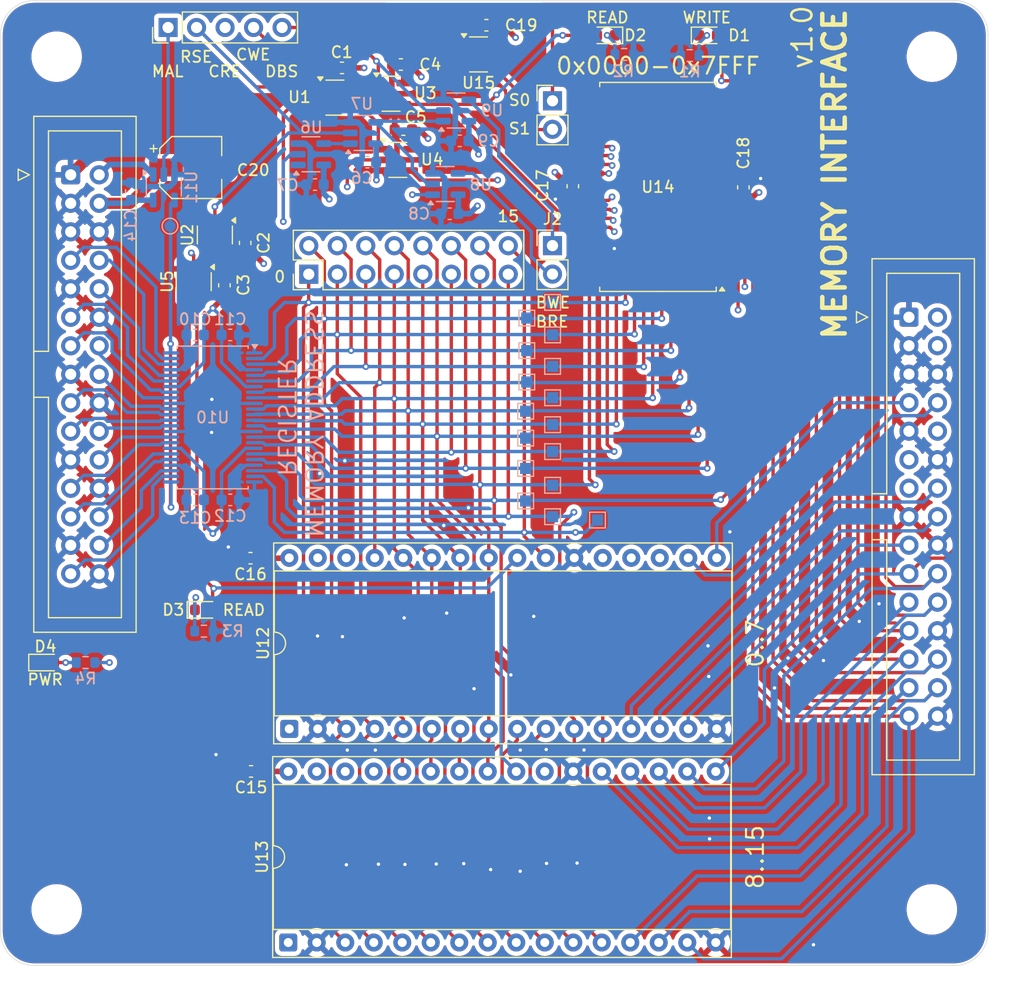
<source format=kicad_pcb>
(kicad_pcb (version 20241229) (generator "pcbnew") (generator_version "9.0")
  (layers (0 "F.Cu" signal) (4 "In1.Cu" signal) (6 "In2.Cu" signal) (2 "B.Cu" signal) (13 "F.Paste" user) (15 "B.Paste" user) (5 "F.SilkS" user "F.Silkscreen") (7 "B.SilkS" user "B.Silkscreen") (1 "F.Mask" user) (3 "B.Mask" user) (25 "Edge.Cuts" user))
  (net 0 "")
  (net 1 "GND")
  (net 2 "+5V")
  (net 3 "/CWE")
  (net 4 "/MAL")
  (net 5 "/RSE")
  (net 6 "/CRE")
  (net 7 "/DBS")
  (net 8 "/BWE")
  (net 9 "/BRE")
  (net 10 "/bus_conn/IO15")
  (net 11 "/bus_conn/IO10")
  (net 12 "/bus_conn/IO13")
  (net 13 "/bus_conn/IO5")
  (net 14 "/bus_conn/IO9")
  (net 15 "/bus_conn/IO14")
  (net 16 "/bus_conn/IO12")
  (net 17 "/bus_conn/IO4")
  (net 18 "/CLK")
  (net 19 "/bus_conn/IO11")
  (net 20 "/bus_conn/IO3")
  (net 21 "/bus_conn/IO7")
  (net 22 "/bus_conn/IO8")
  (net 23 "/bus_conn/IO2")
  (net 24 "/bus_conn/IO0")
  (net 25 "/bus_conn/IO1")
  (net 26 "/bus_conn/IO6")
  (net 27 "/word_conn/IN10")
  (net 28 "/word_conn/IN4")
  (net 29 "/word_conn/IN11")
  (net 30 "/word_conn/IN9")
  (net 31 "/word_conn/IN3")
  (net 32 "/word_conn/IN12")
  (net 33 "/word_conn/IN7")
  (net 34 "/word_conn/IN2")
  (net 35 "/word_conn/IN13")
  (net 36 "/word_conn/IN6")
  (net 37 "/word_conn/IN1")
  (net 38 "/word_conn/IN14")
  (net 39 "/word_conn/IN8")
  (net 40 "/word_conn/IN5")
  (net 41 "/word_conn/IN0")
  (net 42 "/word_conn/IN15")
  (net 43 "Net-(U10-1CLK)")
  (net 44 "Net-(U1-Pad4)")
  (net 45 "Net-(U2-Pad4)")
  (net 46 "Net-(U7-Pad4)")
  (net 48 "/ROM/DATA5")
  (net 49 "/ROM/DATA1")
  (net 50 "/ROM/DATA0")
  (net 51 "/ROM/DATA7")
  (net 52 "/ROM/DATA3")
  (net 53 "/ROM/DATA2")
  (net 54 "/ROM/DATA4")
  (net 55 "/ROM/DATA6")
  (net 58 "/ROM/DATA9")
  (net 59 "/ROM/DATA12")
  (net 60 "/ROM/DATA14")
  (net 61 "/ROM/DATA13")
  (net 62 "/ROM/DATA15")
  (net 64 "/ROM/DATA11")
  (net 65 "/ROM/DATA8")
  (net 66 "/ROM/DATA10")
  (net 67 "/S1")
  (net 68 "/bus_conn1/CLK")
  (net 69 "/bus_conn1/5V")
  (net 70 "Net-(U6-Pad4)")
  (net 71 "Net-(D1-K)")
  (net 72 "Net-(D2-K)")
  (net 73 "Net-(D3-K)")
  (net 74 "Net-(D4-A)")
  (net 75 "/~{RAM_WE}")
  (net 76 "/~{RAM_RE}")
  (net 77 "/~{ROM_RE}")
  (footprint "Capacitor_SMD:CP_Elec_5x5.3" (layer "F.Cu") (at 39.95 22.88)
    (property "Reference" "C20")
    (property "Value" "C" (hide yes))
  )
  (footprint "Capacitor_SMD:C_0603_1608Metric" (layer "F.Cu") (at 74 24.55 -90)
    (property "Reference" "C17")
    (property "Value" "0.1uF" (hide yes))
  )
  (footprint "Package_TO_SOT_SMD:SOT-23-5" (layer "F.Cu") (at 40.2125 33.05 -90)
    (property "Reference" "U5")
    (property "Value" "74AHC1G32")
  )
  (footprint "Package_TO_SOT_SMD:SOT-23-5" (layer "F.Cu") (at 57.8 16.3)
    (property "Reference" "U3")
    (property "Value" "74AHC1G32" (hide yes))
  )
  (footprint "Capacitor_SMD:C_0603_1608Metric" (layer "F.Cu") (at 58.675 13.7 180)
    (property "Reference" "C4")
    (property "Value" "C" (hide yes))
  )
  (footprint "Connector_IDC:IDC-Header_2x15_P2.54mm_Vertical" (layer "F.Cu") (at 29.25 23.53)
    (property "Reference" "J3" (hide yes))
    (property "Value" "Conn_02x15_Odd_Even" (hide yes))
  )
  (footprint "Connector_PinHeader_2.54mm:PinHeader_2x08_P2.54mm_Vertical" (layer "F.Cu") (at 50.47 32.39 90)
    (property "Reference" "J4" (hide yes))
    (property "Value" "Conn_02x08_Top_Bottom" (hide yes))
  )
  (footprint "Capacitor_SMD:C_0603_1608Metric" (layer "F.Cu") (at 66.3 10.2 180)
    (property "Reference" "C19")
    (property "Value" "C" (hide yes))
  )
  (footprint "Package_TO_SOT_SMD:SOT-23-5" (layer "F.Cu") (at 58.4 22.2)
    (property "Reference" "U4")
    (property "Value" "74AHC1G32" (hide yes))
  )
  (footprint "LED_SMD:LED_0603_1608Metric" (layer "F.Cu") (at 27 67)
    (property "Reference" "D4")
    (property "Value" "LED" (hide yes))
  )
  (footprint "LED_SMD:LED_0603_1608Metric" (layer "F.Cu") (at 41.1125 62.3)
    (property "Reference" "D3")
    (property "Value" "LED" (hide yes))
  )
  (footprint "Connector_IDC:IDC-Header_2x15_P2.54mm_Vertical" (layer "F.Cu") (at 103.96 36.22)
    (property "Reference" "J5" (hide yes))
    (property "Value" "Conn_02x15_Odd_Even" (hide yes))
  )
  (footprint "LED_SMD:LED_0603_1608Metric" (layer "F.Cu") (at 76.95875 11.1 180)
    (property "Reference" "D2")
    (property "Value" "LED" (hide yes))
  )
  (footprint "Connector_PinHeader_2.54mm:PinHeader_1x05_P2.54mm_Vertical" (layer "F.Cu") (at 37.93 10.4 90)
    (property "Reference" "J1" (hide yes))
    (property "Value" "Conn_01x05" (hide yes))
  )
  (footprint "Connector_PinHeader_2.54mm:PinHeader_1x02_P2.54mm_Vertical" (layer "F.Cu") (at 72.19 29.84)
    (property "Reference" "J2")
    (property "Value" "Conn_01x02" (hide yes))
  )
  (footprint "Capacitor_SMD:C_0603_1608Metric" (layer "F.Cu") (at 45.275 57.7 180)
    (property "Reference" "C16")
    (property "Value" "C")
  )
  (footprint "Capacitor_SMD:C_0603_1608Metric" (layer "F.Cu") (at 58.9 19.5 180)
    (property "Reference" "C5")
    (property "Value" "C")
  )
  (footprint "Capacitor_SMD:C_0603_1608Metric" (layer "F.Cu") (at 42.95 33.375 90)
    (property "Reference" "C3")
    (property "Value" "C")
  )
  (footprint "Capacitor_SMD:C_0603_1608Metric" (layer "F.Cu") (at 44.8 29.6 90)
    (property "Reference" "C2")
    (property "Value" "C")
  )
  (footprint "LED_SMD:LED_0603_1608Metric" (layer "F.Cu") (at 86.04625 11.1)
    (property "Reference" "D1")
    (property "Value" "LED" (hide yes))
  )
  (footprint "Package_TO_SOT_SMD:SOT-23-5" (layer "F.Cu") (at 42.1 28.8875 -90)
    (property "Reference" "U2")
    (property "Value" "74AHC1G04" (hide yes))
  )
  (footprint "Connector_PinHeader_2.54mm:PinHeader_1x02_P2.54mm_Vertical" (layer "F.Cu") (at 72.19 16.935)
    (property "Reference" "J6" (hide yes))
    (property "Value" "Conn_01x02" (hide yes))
  )
  (footprint "Package_TO_SOT_SMD:SOT-23-5" (layer "F.Cu") (at 52.8 16.65)
    (property "Reference" "U1")
    (property "Value" "74AHC1G32" (hide yes))
  )
  (footprint "Capacitor_SMD:C_0603_1608Metric" (layer "F.Cu") (at 53.425 14 180)
    (property "Reference" "C1")
    (property "Value" "C" (hide yes))
  )
  (footprint "Capacitor_SMD:C_0603_1608Metric" (layer "F.Cu") (at 45.325 76.7 180)
    (property "Reference" "C15")
    (property "Value" "C")
  )
  (footprint "Package_TO_SOT_SMD:SOT-23-5" (layer "F.Cu") (at 65.6 12.8)
    (property "Reference" "U15")
    (property "Value" "74AHC1G04" (hide yes))
  )
  (footprint "MountingHole:MountingHole_4mm" (layer "F.Cu") (at 28 13)
    (property "Reference" "H1" (hide yes))
    (property "Value" "MountingHole" (hide yes))
  )
  (footprint "MountingHole:MountingHole_4mm" (layer "F.Cu") (at 106 89)
    (property "Reference" "H4" (hide yes))
    (property "Value" "MountingHole" (hide yes))
  )
  (footprint "Package_SO:TSOP-II-44_10.16x18.41mm_P0.8mm" (layer "F.Cu") (at 81.59 24.61 180)
    (property "Reference" "U14")
    (property "Value" "71016S12PHG8" (hide yes))
  )
  (footprint "Capacitor_SMD:C_0603_1608Metric" (layer "F.Cu") (at 89.2 24.65 90)
    (property "Reference" "C18")
    (property "Value" "0.1uF" (hide yes))
  )
  (footprint "MountingHole:MountingHole_4mm" (layer "F.Cu") (at 28 89)
    (property "Reference" "H2" (hide yes))
    (property "Value" "MountingHole" (hide yes))
  )
  (footprint "Package_DIP:DIP-32_W15.24mm_Socket" (layer "F.Cu") (at 48.64 91.95 90)
    (property "Reference" "U13")
    (property "Value" "SST39SF010")
  )
  (footprint "Package_DIP:DIP-32_W15.24mm_Socket" (layer "F.Cu") (at 48.73 72.91 90)
    (property "Reference" "U12")
    (property "Value" "SST39SF010")
  )
  (footprint "MountingHole:MountingHole_4mm" (layer "F.Cu") (at 106 13)
    (property "Reference" "H3" (hide yes))
    (property "Value" "MountingHole" (hide yes))
  )
  (footprint "TestPoint:TestPoint_Pad_1.0x1.0mm" (layer "B.Cu") (at 72.2 43.4 180)
    (property "Reference" "TP8" (hide yes))
    (property "Value" "TestPoint_Small" (hide yes))
  )
  (footprint "Capacitor_SMD:C_0603_1608Metric" (layer "B.Cu") (at 34.65 25 90)
    (property "Reference" "C14")
    (property "Value" "0.1uF" (hide yes))
  )
  (footprint "TestPoint:TestPoint_Pad_1.0x1.0mm" (layer "B.Cu") (at 72.2 48.2 180)
    (property "Reference" "TP12" (hide yes))
    (property "Value" "TestPoint_Small" (hide yes))
  )
  (footprint "TestPoint:TestPoint_Pad_1.0x1.0mm" (layer "B.Cu") (at 69.8 49.7 180)
    (property "Reference" "TP13" (hide yes))
    (property "Value" "TestPoint_Small" (hide yes))
  )
  (footprint "Capacitor_SMD:C_0603_1608Metric" (layer "B.Cu") (at 63.925 20.5 180)
    (property "Reference" "C9")
    (property "Value" "C")
  )
  (footprint "TestPoint:TestPoint_Pad_1.0x1.0mm" (layer "B.Cu") (at 69.8 52.6 180)
    (property "Reference" "TP15" (hide yes))
    (property "Value" "TestPoint_Small" (hide yes))
  )
  (footprint "Package_TO_SOT_SMD:SOT-23-5" (layer "B.Cu") (at 50.6625 21.7)
    (property "Reference" "U6")
    (property "Value" "74AHC1G04")
  )
  (footprint "Resistor_SMD:R_0603_1608Metric" (layer "B.Cu") (at 41.125 64.2 180)
    (property "Reference" "R3")
    (property "Value" "R")
  )
  (footprint "TestPoint:TestPoint_Pad_1.0x1.0mm" (layer "B.Cu") (at 72.2 37.8)
    (property "Reference" "TP4" (hide yes))
    (property "Value" "TestPoint_Small" (hide yes))
  )
  (footprint "Capacitor_SMD:C_0603_1608Metric" (layer "B.Cu") (at 43.47 37.8)
    (property "Reference" "C11")
    (property "Value" "0.01uF" (hide yes))
  )
  (footprint "Package_SO:TSSOP-48_6.1x12.5mm_P0.5mm" (layer "B.Cu") (at 41.9075 45.155 180)
    (property "Reference" "U10")
    (property "Value" "SN74AHCT16374DGGR")
  )
  (footprint "TestPoint:TestPoint_Pad_1.0x1.0mm" (layer "B.Cu") (at 69.9 36.3)
    (property "Reference" "TP3" (hide yes))
    (property "Value" "TestPoint_Small" (hide yes))
  )
  (footprint "TestPoint:TestPoint_Pad_1.0x1.0mm" (layer "B.Cu") (at 69.9 42 180)
    (property "Reference" "TP7" (hide yes))
    (property "Value" "TestPoint_Small" (hide yes))
  )
  (footprint "TestPoint:TestPoint_Pad_1.0x1.0mm" (layer "B.Cu") (at 72.2 45.8 180)
    (property "Reference" "TP10" (hide yes))
    (property "Value" "TestPoint_Small" (hide yes))
  )
  (footprint "TestPoint:TestPoint_Pad_1.0x1.0mm" (layer "B.Cu") (at 69.8 44.6 180)
    (property "Reference" "TP9" (hide yes))
    (property "Value" "TestPoint_Small" (hide yes))
  )
  (footprint "TestPoint:TestPoint_Pad_1.0x1.0mm" (layer "B.Cu") (at 69.8 47 180)
    (property "Reference" "TP11" (hide yes))
    (property "Value" "TestPoint_Small" (hide yes))
  )
  (footprint "Capacitor_SMD:C_0603_1608Metric" (layer "B.Cu") (at 51.025 24.4 180)
    (property "Reference" "C7")
    (property "Value" "C" (hide yes))
  )
  (footprint "Resistor_SMD:R_0603_1608Metric" (layer "B.Cu") (at 84.425 12.9)
    (property "Reference" "R1")
    (property "Value" "R" (hide yes))
  )
  (footprint "Package_TO_SOT_SMD:SOT-23-5" (layer "B.Cu") (at 55.3 19.8)
    (property "Reference" "U7")
    (property "Value" "74AHC1G32")
  )
  (footprint "Package_TO_SOT_SMD:SOT-23-5" (layer "B.Cu") (at 63.6 17.8)
    (property "Reference" "U9")
    (property "Value" "74AHC1G32" (hide yes))
  )
  (footprint "Resistor_SMD:R_0603_1608Metric" (layer "B.Cu") (at 30.575 67)
    (property "Reference" "R4")
    (property "Value" "R" (hide yes))
  )
  (footprint "Capacitor_SMD:C_0603_1608Metric" (layer "B.Cu") (at 40.345 52.5 180)
    (property "Reference" "C13")
    (property "Value" "0.01uF" (hide yes))
  )
  (footprint "Capacitor_SMD:C_0603_1608Metric" (layer "B.Cu") (at 63.025 27 180)
    (property "Reference" "C8")
    (property "Value" "C")
  )
  (footprint "Capacitor_SMD:C_0603_1608Metric" (layer "B.Cu") (at 43.47 52.5)
    (property "Reference" "C12")
    (property "Value" "0.01uF" (hide yes))
  )
  (footprint "TestPoint:TestPoint_Pad_1.0x1.0mm" (layer "B.Cu") (at 72.2 54 180)
    (property "Reference" "TP16" (hide yes))
    (property "Value" "TestPoint_Small" (hide yes))
  )
  (footprint "Capacitor_SMD:C_0603_1608Metric" (layer "B.Cu") (at 40.345 37.8 180)
    (property "Reference" "C10")
    (property "Value" "0.01uF" (hide yes))
  )
  (footprint "TestPoint:TestPoint_Pad_D1.0mm" (layer "B.Cu") (at 38.1 28.1)
    (property "Reference" "TP1" (hide yes))
    (property "Value" "TestPoint" (hide yes))
  )
  (footprint "Resistor_SMD:R_0603_1608Metric" (layer "B.Cu") (at 78.575 12.8 180)
    (property "Reference" "R2")
    (property "Value" "R" (hide yes))
  )
  (footprint "TestPoint:TestPoint_Pad_1.0x1.0mm" (layer "B.Cu") (at 76.2 54.3 180)
    (property "Reference" "TP17" (hide yes))
    (property "Value" "TestPoint_Small" (hide yes))
  )
  (footprint "TestPoint:TestPoint_Pad_1.0x1.0mm" (layer "B.Cu") (at 72.2 51.2 180)
    (property "Reference" "TP14" (hide yes))
    (property "Value" "TestPoint_Small" (hide yes))
  )
  (footprint "TestPoint:TestPoint_Pad_1.0x1.0mm" (layer "B.Cu") (at 72.2 40.6 180)
    (property "Reference" "TP6" (hide yes))
    (property "Value" "TestPoint_Small" (hide yes))
  )
  (footprint "Package_TO_SOT_SMD:SOT-23-5" (layer "B.Cu") (at 37.55 24.65 -90)
    (property "Reference" "U11")
    (property "Value" "74AHC1G08" (hide yes))
  )
  (footprint "Capacitor_SMD:C_0603_1608Metric" (layer "B.Cu") (at 55.7 22.4 180)
    (property "Reference" "C6")
    (property "Value" "C")
  )
  (footprint "TestPoint:TestPoint_Pad_1.0x1.0mm" (layer "B.Cu") (at 72.2 34.9)
    (property "Reference" "TP2" (hide yes))
    (property "Value" "TestPoint_Small" (hide yes))
  )
  (footprint "TestPoint:TestPoint_Pad_1.0x1.0mm" (layer "B.Cu") (at 69.9 39.2)
    (property "Reference" "TP5" (hide yes))
    (property "Value" "TestPoint_Small" (hide yes))
  )
  (footprint "Package_TO_SOT_SMD:SOT-23-5" (layer "B.Cu") (at 62.6375 24.35)
    (property "Reference" "U8")
    (property "Value" "74AHC1G32" (hide yes))
  )
  (gr_arc (start 26 94) (mid 23.87868 93.12132) (end 23 91) (stroke (width 0.05)) (layer "Edge.Cuts"))
  (gr_arc (start 111 91) (mid 110.12132 93.12132) (end 108 94) (stroke (width 0.05)) (layer "Edge.Cuts"))
  (gr_arc (start 23 11) (mid 23.87868 8.87868) (end 26 8) (stroke (width 0.05)) (layer "Edge.Cuts"))
  (gr_line (start 111 91) (end 111 11) (stroke (width 0.05)) (layer "Edge.Cuts"))
  (gr_arc (start 108 8) (mid 110.12132 8.87868) (end 111 11) (stroke (width 0.05)) (layer "Edge.Cuts"))
  (gr_line (start 26 94) (end 108 94) (stroke (width 0.05)) (layer "Edge.Cuts"))
  (gr_line (start 26 8) (end 108 8) (stroke (width 0.05)) (layer "Edge.Cuts"))
  (gr_line (start 23 11) (end 23 91) (stroke (width 0.05)) (layer "Edge.Cuts"))
  (gr_text "PWR\n" (at 25.3 69.1 0) (layer "F.SilkS") (effects (font (size 1 1) (thickness 0.16)) (justify left bottom)))
  (gr_text "8..15" (at 91.13 87.318393 90) (layer "F.SilkS") (effects (font (size 1.5 1.5) (thickness 0.1875)) (justify left bottom)))
  (gr_text "v1.0\n" (at 95.5 14.238809 90) (layer "F.SilkS") (effects (font (size 1.8 1.8) (thickness 0.225)) (justify left bottom)))
  (gr_text "0" (at 47.3 33.2 0) (layer "F.SilkS") (effects (font (size 1 1) (thickness 0.16) (bold yes)) (justify left bottom)))
  (gr_text "0x0000-0x7FFF" (at 72.387323 14.7 0) (layer "F.SilkS") (effects (font (size 1.5 1.5) (thickness 0.2)) (justify left bottom)))
  (gr_text "CRE" (at 41.417619 14.9 0) (layer "F.SilkS") (effects (font (size 1 1) (thickness 0.16)) (justify left bottom)))
  (gr_text "S1\n" (at 68.2 19.997485 0) (layer "F.SilkS") (effects (font (size 1 1) (thickness 0.16)) (justify left bottom)))
  (gr_text "S0	" (at 68.2 17.457485 0) (layer "F.SilkS") (effects (font (size 1 1) (thickness 0.16) (bold yes)) (justify left bottom)))
  (gr_text "MEMORY INTERFACE" (at 98.5 38.4 90) (layer "F.SilkS") (effects (font (size 2 2) (thickness 0.4) (bold yes)) (justify left bottom)))
  (gr_text "BRE" (at 70.6 37.2 0) (layer "F.SilkS") (effects (font (size 1 1) (thickness 0.16)) (justify left bottom)))
  (gr_text "READ" (at 75.1 10.1 0) (layer "F.SilkS") (effects (font (size 1 1) (thickness 0.16)) (justify left bottom)))
  (gr_text "0..7" (at 91.13 67.564107 90) (layer "F.SilkS") (effects (font (size 1.5 1.5) (thickness 0.1875)) (justify left bottom)))
  (gr_text "READ" (at 42.7 62.9 0) (layer "F.SilkS") (effects (font (size 1 1) (thickness 0.16)) (justify left bottom)))
  (gr_text "DBS" (at 46.47381 14.9 0) (layer "F.SilkS") (effects (font (size 1 1) (thickness 0.16) (bold yes)) (justify left bottom)))
  (gr_text "MAL" (at 36.385238 14.9 0) (layer "F.SilkS") (effects (font (size 1 1) (thickness 0.16)) (justify left bottom)))
  (gr_text "CWE" (at 43.886191 13.4 0) (layer "F.SilkS") (effects (font (size 1 1) (thickness 0.16)) (justify left bottom)))
  (gr_text "15\n" (at 67.2 27.82 0) (layer "F.SilkS") (effects (font (size 1 1) (thickness 0.16) (bold yes)) (justify left bottom)))
  (gr_text "BWE" (at 70.6 35.5 0) (layer "F.SilkS") (effects (font (size 1 1) (thickness 0.16)) (justify left bottom)))
  (gr_text "RSE" (at 38.901429 13.6 0) (layer "F.SilkS") (effects (font (size 1 1) (thickness 0.16)) (justify left bottom)))
  (gr_text "WRITE" (at 83.7 10.1 0) (layer "F.SilkS") (effects (font (size 1 1) (thickness 0.16)) (justify left bottom)))
  (gr_text "MEMORY ADDRESS \nREGISTER" (at 47.6 45.1425 270) (layer "B.SilkS") (effects (font (size 1.5 1.5) (thickness 0.1875)) (justify bottom mirror)))
  (segment (start 41.15 27.75) (end 41.15 28.412499) (width 0.5) (layer "F.Cu") (net 1))
  (segment (start 89.2 23.875) (end 88.865 24.21) (width 0.5) (layer "F.Cu") (net 1))
  (segment (start 39.665901 32.9784) (end 42.5716 32.9784) (width 0.5) (layer "F.Cu") (net 1))
  (segment (start 42.5716 32.9784) (end 42.95 32.6) (width 0.5) (layer "F.Cu") (net 1))
  (segment (start 52.65 14) (end 52.7284 14.0784) (width 0.5) (layer "F.Cu") (net 1))
  (segment (start 42.15 22.88) (end 42.15 21.97) (width 1) (layer "F.Cu") (net 1))
  (segment (start 42.15 21.97) (end 40.84 20.66) (width 1) (layer "F.Cu") (net 1))
  (segment (start 57.9 13.7) (end 57.8716 13.7284) (width 0.5) (layer "F.Cu") (net 1))
  (segment (start 52.324999 17.6) (end 51.6625 17.6) (width 0.5) (layer "F.Cu") (net 1))
  (segment (start 39.2625 31.9125) (end 39.2625 32.574999) (width 0.5) (layer "F.Cu") (net 1))
  (segment (start 57.8716 13.7284) (end 57.8716 16.703399) (width 0.5) (layer "F.Cu") (net 1))
  (segment (start 74 25.325) (end 74.315 25.01) (width 0.5) (layer "F.Cu") (net 1))
  (segment (start 57.8716 16.703399) (end 57.324999 17.25) (width 0.5) (layer "F.Cu") (net 1))
  (segment (start 90.14 23.86) (end 90.125 23.875) (width 0.5) (layer "F.Cu") (net 1))
  (segment (start 65.525 10.2) (end 65.5284 10.2034) (width 0.5) (layer "F.Cu") (net 1))
  (segment (start 65.5284 13.346599) (end 65.124999 13.75) (width 0.5) (layer "F.Cu") (net 1))
  (segment (start 90.125 23.875) (end 89.2 23.875) (width 0.5) (layer "F.Cu") (net 1))
  (segment (start 44.55 76.7) (end 43.7 76.7) (width 0.5) (layer "F.Cu") (net 1))
  (segment (start 44.3 57.7) (end 43.3 56.7) (width 0.5) (layer "F.Cu") (net 1))
  (segment (start 72.825 25.325) (end 74 25.325) (width 0.5) (layer "F.Cu") (net 1))
  (segment (start 41.15 28.412499) (end 41.562501 28.825) (width 0.5) (layer "F.Cu") (net 1))
  (segment (start 74.315 25.01) (end 76.0025 25.01) (width 0.5) (layer "F.Cu") (net 1))
  (segment (start 76.0025 29.81) (end 76.0025 29.01) (width 0.3) (layer "F.Cu") (net 1))
  (segment (start 90.74 23.86) (end 90.14 23.86) (width 0.5) (layer "F.Cu") (net 1))
  (segment (start 43.7 76.7) (end 42.2 75.2) (width 0.5) (layer "F.Cu") (net 1))
  (segment (start 57.324999 17.25) (end 56.6625 17.25) (width 0.5) (layer "F.Cu") (net 1))
  (segment (start 58.3284 19.7034) (end 58.3284 22.746599) (width 0.5) (layer "F.Cu") (net 1))
  (segment (start 65.124999 13.75) (end 64.4625 13.75) (width 0.5) (layer "F.Cu") (net 1))
  (segment (start 39.2625 32.574999) (end 39.665901 32.9784) (width 0.5) (layer "F.Cu") (net 1))
  (segment (start 58.125 19.5) (end 58.3284 19.7034) (width 0.5) (layer "F.Cu") (net 1))
  (segment (start 72.45 25.7) (end 72.825 25.325) (width 0.5) (layer "F.Cu") (net 1))
  (segment (start 58.3284 22.746599) (end 57.924999 23.15) (width 0.5) (layer "F.Cu") (net 1))
  (segment (start 44.5 57.7) (end 44.3 57.7) (width 0.5) (layer "F.Cu") (net 1))
  (segment (start 65.5284 10.2034) (end 65.5284 13.346599) (width 0.5) (layer "F.Cu") (net 1))
  (segment (start 40.84 20.66) (end 32.12 20.66) (width 1) (layer "F.Cu") (net 1))
  (segment (start 57.924999 23.15) (end 57.2625 23.15) (width 0.5) (layer "F.Cu") (net 1))
  (segment (start 41.562501 28.825) (end 44.8 28.825) (width 0.5) (layer "F.Cu") (net 1))
  (segment (start 32.12 20.66) (end 29.25 23.53) (width 1) (layer "F.Cu") (net 1))
  (segment (start 52.7284 17.196599) (end 52.324999 17.6) (width 0.5) (layer "F.Cu") (net 1))
  (segment (start 88.865 24.21) (end 87.1775 24.21) (width 0.5) (layer "F.Cu") (net 1))
  (segment (start 52.7284 14.0784) (end 52.7284 17.196599) (width 0.5) (layer "F.Cu") (net 1))
  (via (at 99.53 63.33) (size 0.6) (drill 0.3) (layers "F.Cu" "B.Cu") (net 1))
  (via (at 56.68 84.97) (size 0.6) (drill 0.3) (layers "F.Cu" "B.Cu") (net 1))
  (via (at 91.98 69.26) (size 0.6) (drill 0.3) (layers "F.Cu" "B.Cu") (net 1))
  (via (at 43.3 56.7) (size 0.6) (drill 0.3) (layers "F.Cu" "B.Cu") (net 1))
  (via (at 51.45 50.15) (size 0.6) (drill 0.3) (layers "F.Cu" "B.Cu") (net 1))
  (via (at 96.34 66.82) (size 0.6) (drill 0.3) (layers "F.Cu" "B.Cu") (net 1))
  (via (at 95.45 92.15) (size 0.6) (drill 0.3) (layers "F.Cu" "B.Cu") (net 1))
  (via (at 64.28 84.92) (size 0.6) (drill 0.3) (layers "F.Cu" "B.Cu") (net 1))
  (via (at 53.82 85.02) (size 0.6) (drill 0.3) (layers "F.Cu" "B.Cu") (net 1))
  (via (at 71.66 84.9) (size 0.6) (drill 0.3) (layers "F.Cu" "B.Cu") (net 1))
  (via (at 53.68 49.01) (size 0.6) (drill 0.3) (layers "F.Cu" "B.Cu") (net 1))
  (via (at 86.19 82.71) (size 0.6) (drill 0.3) (layers "F.Cu" "B.Cu") (net 1))
  (via (at 86.17 80.86) (size 0.6) (drill 0.3) (layers "F.Cu" "B.Cu") (net 1))
  (via (at 77.7 30.1) (size 0.6) (drill 0.3) (layers "F.Cu" "B.Cu") (net 1))
  (via (at 62.76 62.59) (size 0.6) (drill 0.3) (layers "F.Cu" "B.Cu") (net 1))
  (via (at 69.32 74.8) (size 0.6) (drill 0.3) (layers "F.Cu" "B.Cu") (net 1))
  (via (at 56.4 74.8) (size 0.6) (drill 0.3) (layers "F.Cu" "B.Cu") (net 1))
  (via (at 75 74.79) (size 0.6) (drill 0.3) (layers "F.Cu" "B.Cu") (net 1))
  (via (at 86.05 65.51) (size 0.6) (drill 0.3) (layers "F.Cu" "B.Cu") (net 1))
  (via (at 70.52 62.88) (size 0.6) (drill 0.3) (layers "F.Cu" "B.Cu") (net 1))
  (via (at 72.45 25.7) (size 0.6) (drill 0.3) (layers "F.Cu" "B.Cu") (net 1))
  (via (at 71.63 74.75) (size 0.6) (drill 0.3) (layers "F.Cu" "B.Cu") (net 1))
  (via (at 93.19 66.6) (size 0.6) (drill 0.3) (layers "F.Cu" "B.Cu") (net 1))
  (via (at 62.5 54.78) (size 0.6) (drill 0.3) (layers "F.Cu" "B.Cu") (net 1))
  (via (at 101.29 61.76) (size 0.6) (drill 0.3) (layers "F.Cu" "B.Cu") (net 1))
  (via (at 65.2 69.33) (size 0.6) (drill 0.3) (layers "F.Cu" "B.Cu") (net 1))
  (via (at 51.25 64.63) (size 0.6) (drill 0.3) (layers "F.Cu" "B.Cu") (net 1))
  (via (at 74.38 84.87) (size 0.6) (drill 0.3) (layers "F.Cu" "B.Cu") (net 1))
  (via (at 59.04 84.99) (size 0.6) (drill 0.3) (layers "F.Cu" "B.Cu") (net 1))
  (via (at 90.74 23.86) (size 0.6) (drill 0.3) (layers "F.Cu" "B.Cu") (net 1))
  (via (at 88 55.35) (size 0.6) (drill 0.3) (layers "F.Cu" "B.Cu") (net 1))
  (via (at 68.48 68.1) (size 0.6) (drill 0.3) (layers "F.Cu" "B.Cu") (net 1))
  (via (at 86.12 68.24) (size 0.6) (drill 0.3) (layers "F.Cu" "B.Cu") (net 1))
  (via (at 53.9 74.8) (size 0.6) (drill 0.3) (layers "F.Cu" "B.Cu") (net 1))
  (via (at 53.47 64.69) (size 0.6) (drill 0.3) (layers "F.Cu" "B.Cu") (net 1))
  (via (at 41.81 46.49) (size 0.6) (drill 0.3) (layers "F.Cu" "B.Cu") (net 1))
  (via (at 66.68 85.45) (size 0.6) (drill 0.3) (layers "F.Cu" "B.Cu") (net 1))
  (via (at 61.83 84.95) (size 0.6) (drill 0.3) (layers "F.Cu" "B.Cu") (net 1))
  (via (at 64.7 53.2) (size 0.6) (drill 0.3) (layers "F.Cu" "B.Cu") (net 1))
  (via (at 41.83 43.54) (size 0.6) (drill 0.3) (layers "F.Cu" "B.Cu") (net 1))
  (via (at 42.2 75.2) (size 0.6) (drill 0.3) (layers "F.Cu" "B.Cu") (net 1))
  (via (at 69.31 85.6) (size 0.6) (drill 0.3) (layers "F.Cu" "B.Cu") (net 1))
  (via (at 58.97 63.02) (size 0.6) (drill 0.3) (layers "F.Cu" "B.Cu") (net 1))
  (segment (start 50.5909 24.0591) (end 50.25 24.4) (width 0.5) (layer "B.Cu") (net 1))
  (segment (start 49.525 20.75) (end 50.187499 20.75) (width 0.5) (layer "B.Cu") (net 1))
  (segment (start 45.62 43.905) (end 44.005 43.905) (width 0.3) (layer "B.Cu") (net 1))
  (segment (start 39.745 46.405) (end 39.75 46.4) (width 0.3) (layer "B.Cu") (net 1))
  (segment (start 55.2284 22.0966) (end 54.925 22.4) (width 0.5) (layer "B.Cu") (net 1))
  (segment (start 45.62 40.905) (end 44.845 40.905) (width 0.3) (layer "B.Cu") (net 1))
  (segment (start 63.5284 20.1216) (end 63.5284 17.253401) (width 0.5) (layer "B.Cu") (net 1))
  (segment (start 38.195 46.405) (end 39.745 46.405) (width 0.3) (layer "B.Cu") (net 1))
  (segment (start 45.62 39.405) (end 45.62 38.73) (width 0.3) (layer "B.Cu") (net 1))
  (segment (start 63.124999 16.85) (end 62.4625 16.85) (width 0.5) (layer "B.Cu") (net 1))
  (segment (start 38.969716 40.905) (end 38.195 40.905) (width 0.3) (layer "B.Cu") (net 1))
  (segment (start 63.15 20.5) (end 63.5284 20.1216) (width 0.5) (layer "B.Cu") (net 1))
  (segment (start 35.0034 24.5784) (end 38.096599 24.5784) (width 0.5) (layer "B.Cu") (net 1))
  (segment (start 39.57 37.8) (end 39.57 40.304716) (width 0.3) (layer "B.Cu") (net 1))
  (segment (start 44.245 40.305) (end 44.245 37.8) (width 0.3) (layer "B.Cu") (net 1))
  (segment (start 44.845 40.905) (end 44.245 40.305) (width 0.3) (layer "B.Cu") (net 1))
  (segment (start 44.245 52.5) (end 44.245 50.005284) (width 0.3) (layer "B.Cu") (net 1))
  (segment (start 38.096599 24.5784) (end 38.5 24.174999) (width 0.5) (layer "B.Cu") (net 1))
  (segment (start 62.5659 26.6841) (end 62.5659 23.803401) (width 0.5) (layer "B.Cu") (net 1))
  (segment (start 44.245 50.005284) (end 44.845284 49.405) (width 0.3) (layer "B.Cu") (net 1))
  (segment (start 34.65 24.225) (end 35.0034 24.5784) (width 0.5) (layer "B.Cu") (net 1))
  (segment (start 39.57 40.304716) (end 38.969716 40.905) (width 0.3) (layer "B.Cu") (net 1))
  (segment (start 50.5909 21.153401) (end 50.5909 24.0591) (width 0.5) (layer "B.Cu") (net 1))
  (segment (start 55.2284 19.253401) (end 55.2284 22.0966) (width 0.5) (layer "B.Cu") (net 1))
  (segment (start 54.824999 18.85) (end 55.2284 19.253401) (width 0.5) (layer "B.Cu") (net 1))
  (segment (start 62.162499 23.4) (end 61.5 23.4) (width 0.5) (layer "B.Cu") (net 1))
  (segment (start 62.5659 23.803401) (end 62.162499 23.4) (width 0.5) (layer "B.Cu") (net 1))
  (segment (start 44.005 43.905) (end 44 43.9) (width 0.3) (layer "B.Cu") (net 1))
  (segment (start 50.187499 20.75) (end 50.5909 21.153401) (width 0.5) (layer "B.Cu") (net 1))
  (segment (start 63.5284 17.253401) (end 63.124999 16.85) (width 0.5) (layer "B.Cu") (net 1))
  (segment (start 45.62 50.905) (end 45.62 51.39) (width 0.3) (layer "B.Cu") (net 1))
  (segment (start 62.25 27) (end 62.5659 26.6841) (width 0.5) (layer "B.Cu") (net 1))
  (segment (start 45.62 46.405) (end 44.105 46.405) (width 0.3) (layer "B.Cu") (net 1))
  (segment (start 39.57 50.005284) (end 39.57 52.5) (width 0.3) (layer "B.Cu") (net 1))
  (segment (start 38.195 49.405) (end 38.969716 49.405) (width 0.3) (layer "B.Cu") (net 1))
  (segment (start 45.62 51.39) (end 45.63 51.4) (width 0.3) (layer "B.Cu") (net 1))
  (segment (start 38.969716 49.405) (end 39.57 50.005284) (width 0.3) (layer "B.Cu") (net 1))
  (segment (start 38.195 43.905) (end 39.695 43.905) (width 0.3) (layer "B.Cu") (net 1))
  (segment (start 38.5 24.174999) (end 38.5 23.5125) (width 0.5) (layer "B.Cu") (net 1))
  (segment (start 44.845284 49.405) (end 45.62 49.405) (width 0.3) (layer "B.Cu") (net 1))
  (segment (start 54.1625 18.85) (end 54.824999 18.85) (width 0.5) (layer "B.Cu") (net 1))
  (segment (start 59.5375 21.25) (end 59.5375 19.6375) (width 0.5) (layer "F.Cu") (net 2))
  (segment (start 45.375 30.375) (end 46.45 31.45) (width 0.5) (layer "F.Cu") (net 2))
  (segment (start 67.075 11.5125) (end 66.7375 11.85) (width 0.5) (layer "F.Cu") (net 2))
  (segment (start 54.2 14) (end 54.2 15.4341) (width 0.5) (layer "F.Cu") (net 2))
  (segment (start 58.9375 15.35) (end 58.9375 14.2125) (width 0.5) (layer "F.Cu") (net 2))
  (segment (start 67.075 10.2) (end 67.075 11.5125) (width 0.5) (layer "F.Cu") (net 2))
  (segment (start 67.8 10.2) (end 68.9 11.3) (width 0.5) (layer "F.Cu") (net 2))
  (segment (start 37.75 22.88) (end 37.73 22.88) (width 1) (layer "F.Cu") (net 2))
  (segment (start 54.2 14) (end 55.4 14) (width 0.5) (layer "F.Cu") (net 2))
  (segment (start 43.4 30.375) (end 43.05 30.025) (width 0.5) (layer "F.Cu") (net 2))
  (segment (start 37.73 22.88) (end 34.54 26.07) (width 1) (layer "F.Cu") (net 2))
  (segment (start 60.3 19.5) (end 61.1 20.3) (width 0.5) (layer "F.Cu") (net 2))
  (segment (start 58.9375 14.2125) (end 59.45 13.7) (width 0.5) (layer "F.Cu") (net 2))
  (segment (start 90.125 25.425) (end 89.2 25.425) (width 0.5) (layer "F.Cu") (net 2))
  (segment (start 48.63 76.7) (end 48.64 76.71) (width 0.5) (layer "F.Cu") (net 2))
  (segment (start 59.5375 19.6375) (end 59.675 19.5) (width 0.5) (layer "F.Cu") (net 2))
  (segment (start 48.7 57.7) (end 48.73 57.67) (width 0.5) (layer "F.Cu") (net 2))
  (segment (start 59.45 13.7) (end 60.5 14.75) (width 0.5) (layer "F.Cu") (net 2))
  (segment (start 90.45 25.1) (end 90.125 25.425) (width 0.5) (layer "F.Cu") (net 2))
  (segment (start 90.6 25.1) (end 90.45 25.1) (width 0.5) (layer "F.Cu") (net 2))
  (segment (start 42.95 34.15) (end 42.95 34.39) (width 0.5) (layer "F.Cu") (net 2))
  (segment (start 88.785 25.01) (end 89.2 25.425) (width 0.5) (layer "F.Cu") (net 2))
  (segment (start 72.4 23.3) (end 72.875 23.775) (width 0.5) (layer "F.Cu") (net 2))
  (segment (start 34.54 26.07) (end 31.79 26.07) (width 1) (layer "F.Cu") (net 2))
  (segment (start 74.435 24.21) (end 76.0025 24.21) (width 0.5) (layer "F.Cu") (net 2))
  (segment (start 41.1625 34.1875) (end 42.9125 34.1875) (width 0.5) (layer "F.Cu") (net 2))
  (segment (start 42.95 34.39) (end 41.92 35.42) (width 0.5) (layer "F.Cu") (net 2))
  (segment (start 54.2 15.4341) (end 53.9375 15.6966) (width 0.5) (layer "F.Cu") (net 2))
  (segment (start 46.05 57.7) (end 48.7 57.7) (width 0.5) (layer "F.Cu") (net 2))
  (segment (start 60.5 14.75) (end 60.5 14.8) (width 0.5) (layer "F.Cu") (net 2))
  (segment (start 42.9125 34.1875) (end 42.95 34.15) (width 0.5) (layer "F.Cu") (net 2))
  (segment (start 46.1 76.7) (end 48.63 76.7) (width 0.5) (layer "F.Cu") (net 2))
  (segment (start 72.875 23.775) (end 74 23.775) (width 0.5) (layer "F.Cu") (net 2))
  (segment (start 59.675 19.5) (end 60.3 19.5) (width 0.5) (layer "F.Cu") (net 2))
  (segment (start 44.8 30.375) (end 45.375 30.375) (width 0.5) (layer "F.Cu") (net 2))
  (segment (start 44.8 30.375) (end 43.4 30.375) (width 0.5) (layer "F.Cu") (net 2))
  (segment (start 67.075 10.2) (end 67.8 10.2) (width 0.5) (layer "F.Cu") (net 2))
  (segment (start 74 23.775) (end 74.435 24.21) (width 0.5) (layer "F.Cu") (net 2))
  (segment (start 87.1775 25.01) (end 88.785 25.01) (width 0.5) (layer "F.Cu") (net 2))
  (via (at 72.4 23.3) (size 0.6) (drill 0.3) (layers "F.Cu" "B.Cu") (net 2))
  (via (at 46.45 31.45) (size 0.6) (drill 0.3) (layers "F.Cu" "B.Cu") (net 2))
  (via (at 90.6 25.1) (size 0.6) (drill 0.3) (layers "F.Cu" "B.Cu") (net 2))
  (via (at 65.6 21.7) (size 0.6) (drill 0.3) (layers "F.Cu" "B.Cu") (net 2))
  (via (at 65.5 26.3) (size 0.6) (drill 0.3) (layers "F.Cu" "B.Cu") (net 2))
  (via (at 41.92 35.42) (size 0.6) (drill 0.3) (layers "F.Cu" "B.Cu") (net 2))
  (via (at 56.5 23.9976) (size 0.6) (drill 0.3) (layers "F.Cu" "B.Cu") (net 2))
  (via (at 61.1 20.3) (size 0.6) (drill 0.3) (layers "F.Cu" "B.Cu") (net 2))
  (via (at 52.3 25.7) (size 0.6) (drill 0.3) (layers "F.Cu" "B.Cu") (net 2))
  (via (at 68.9 11.3) (size 0.6) (drill 0.3) (layers "F.Cu" "B.Cu") (net 2))
  (via (at 60.5 14.8) (size 0.6) (drill 0.3) (layers "F.Cu" "B.Cu") (net 2))
  (via (at 32.7 67) (size 0.6) (drill 0.3) (layers "F.Cu" "B.Cu") (net 2))
  (via (at 55.4 14) (size 0.6) (drill 0.3) (layers "F.Cu" "B.Cu") (net 2))
  (via (at 41.92 55.5) (size 0.6) (drill 0.3) (layers "F.Cu" "B.Cu") (net 2))
  (segment (start 38.969716 42.405) (end 38.195 42.405) (width 0.3) (layer "B.Cu") (net 2))
  (segment (start 42.695 54.725) (end 42.695 52.5) (width 0.3) (layer "B.Cu") (net 2))
  (segment (start 45.62 47.905) (end 44.845284 47.905) (width 0.3) (layer "B.Cu") (net 2))
  (segment (start 51.8 24.4) (end 51.8 22.65) (width 0.5) (layer "B.Cu") (net 2))
  (segment (start 42.695 40.254716) (end 44.845284 42.405) (width 0.3) (layer "B.Cu") (net 2))
  (segment (start 31.4 67) (end 32.7 67) (width 0.3) (layer "B.Cu") (net 2))
  (segment (start 63.8 25.325) (end 63.775 25.3) (width 0.5) (layer "B.Cu") (net 2))
  (segment (start 56.475 20.7875) (end 56.4375 20.75) (width 0.5) (layer "B.Cu") (net 2))
  (segment (start 41.92 55.5) (end 42.695 54.725) (width 0.3) (layer "B.Cu") (net 2))
  (segment (start 41.12 37.8) (end 41.12 40.254716) (width 0.3) (layer "B.Cu") (net 2))
  (segment (start 41.12 52.5) (end 41.12 54.7) (width 0.3) (layer "B.Cu") (net 2))
  (segment (start 42.695 36.195) (end 42.695 37.8) (width 0.3) (layer "B.Cu") (net 2))
  (segment (start 56.475 22.4) (end 56.475 20.7875) (width 0.5) (layer "B.Cu") (net 2))
  (segment (start 51.8 25.2) (end 52.3 25.7) (width 0.5) (layer "B.Cu") (net 2))
  (segment (start 44.845284 47.905) (end 42.695 50.055284) (width 0.3) (layer "B.Cu") (net 2))
  (segment (start 64.7 20.5) (end 65.6 21.4) (width 0.5) (layer "B.Cu") (net 2))
  (segment (start 41.12 37.8) (end 41.12 36.22) (width 0.3) (layer "B.Cu") (net 2))
  (segment (start 41.12 36.22) (end 41.92 35.42) (width 0.3) (layer "B.Cu") (net 2))
  (segment (start 64.8 27) (end 65.5 26.3) (width 0.5) (layer "B.Cu") (net 2))
  (segment (start 39.062916 47.905) (end 38.195 47.905) (width 0.3) (layer "B.Cu") (net 2))
  (segment (start 41.12 54.7) (end 41.92 55.5) (width 0.3) (layer "B.Cu") (net 2))
  (segment (start 42.695 37.8) (end 42.695 40.254716) (width 0.3) (layer "B.Cu") (net 2))
  (segment (start 56.5 23.9976) (end 56.5 22.7) (width 0.5) (layer "B.Cu") (net 2))
  (segment (start 36.6 25.7875) (end 34.6625 25.7875) (width 0.5) (layer "B.Cu") (net 2))
  (segment (start 51.8 24.4) (end 51.8 25.2) (width 0.5) (layer "B.Cu") (net 2))
  (segment (start 63.8 27) (end 64.8 27) (width 0.5) (layer "B.Cu") (net 2))
  (segment (start 56.5 22.7) (end 56.475 22.675) (width 0.5) (layer "B.Cu") (net 2))
  (segment (start 65.6 21.4) (end 65.6 21.7) (width 0.5) (layer "B.Cu") (net 2))
  (segment (start 44.845284 42.405) (end 45.62 42.405) (width 0.3) (layer "B.Cu") (net 2))
  (segment (start 41.12 40.254716) (end 38.969716 42.405) (width 0.3) (layer "B.Cu") (net 2))
  (segment (start 41.12 49.962084) (end 39.062916 47.905) (width 0.3) (layer "B.Cu") (net 2))
  (segment (start 64.7375 20.4625) (end 64.7 20.5) (width 0.5) (layer "B.Cu") (net 2))
  (segment (start 63.8 27) (end 63.8 25.325) (width 0.5) (layer "B.Cu") (net 2))
  (segment (start 34.6625 25.7875) (end 34.65 25.775) (width 0.5) (layer "B.Cu") (net 2))
  (segment (start 41.12 52.5) (end 41.12 49.962084) (width 0.3) (layer "B.Cu") (net 2))
  (segment (start 42.695 50.055284) (end 42.695 52.5) (width 0.3) (layer "B.Cu") (net 2))
  (segment (start 41.92 35.42) (end 42.695 36.195) (width 0.3) (layer "B.Cu") (net 2))
  (segment (start 34.355 26.07) (end 34.65 25.775) (width 0.5) (layer "B.Cu") (net 2))
  (segment (start 64.7375 18.75) (end 64.7375 20.4625) (width 0.5) (layer "B.Cu") (net 2))
  (segment (start 31.79 26.07) (end 34.355 26.07) (width 0.5) (layer "B.Cu") (net 2))
  (segment (start 56.475 22.675) (end 56.475 22.4) (width 0.5) (layer "B.Cu") (net 2))
  (segment (start 47.55 12.4) (end 55.5 12.4) (width 0.3) (layer "F.Cu") (net 3))
  (segment (start 55.5 12.4) (end 56.6625 13.5625) (width 0.3) (layer "F.Cu") (net 3))
  (segment (start 45.55 10.4) (end 47.55 12.4) (width 0.3) (layer "F.Cu") (net 3))
  (segment (start 56.6625 13.5625) (end 56.6625 15.35) (width 0.3) (layer "F.Cu") (net 3))
  (via (at 56.5 13.4) (size 0.6) (drill 0.3) (layers "F.Cu" "B.Cu") (net 3))
  (segment (start 60.9 17.8) (end 56.5 13.4) (width 0.3) (layer "B.Cu") (net 3))
  (segment (start 62.4625 17.8) (end 60.9 17.8) (width 0.3) (layer "B.Cu") (net 3))
  (segment (start 37.55 21.94) (end 37.93 21.56) (width 0.3) (layer "B.Cu") (net 4))
  (segment (start 37.55 23.5125) (end 37.55 21.94) (width 0.3) (layer "B.Cu") (net 4))
  (segment (start 37.93 21.56) (end 37.93 10.4) (width 0.3) (layer "B.Cu") (net 4))
  (segment (start 42.1 27.75) (end 42.1 26.37) (width 0.3) (layer "F.Cu") (net 5))
  (segment (start 51.6625 15.7) (end 45.77 15.7) (width 0.3) (layer "F.Cu") (net 5))
  (segment (start 45.77 15.7) (end 40.47 10.4) (width 0.3) (layer "F.Cu") (net 5))
  (via (at 42.1 26.37) (size 0.6) (drill 0.3) (layers "F.Cu" "B.Cu") (net 5))
  (segment (start 48.66 19.8) (end 49.87 19.8) (width 0.3) (layer "B.Cu") (net 5))
  (segment (start 54.1625 19.8) (end 49.87 19.8) (width 0.3) (layer "B.Cu") (net 5))
  (segment (start 49.87 19.8) (end 40.47 10.4) (width 0.3) (layer "B.Cu") (net 5))
  (segment (start 42.1 26.37) (end 42.1 26.36) (width 0.3) (layer "B.Cu") (net 5))
  (segment (start 42.1 26.36) (end 48.66 19.8) (width 0.3) (layer "B.Cu") (net 5))
  (segment (start 40.21 30.7) (end 40 30.49) (width 0.3) (layer "F.Cu") (net 6))
  (segment (start 40.21 31.91) (end 40.2125 31.9125) (width 0.3) (layer "F.Cu") (net 6))
  (segment (start 40.21 30.7) (end 40.21 31.91) (width 0.3) (layer "F.Cu") (net 6))
  (segment (start 53.9 22.8) (end 53.9 24.6) (width 0.3) (layer "F.Cu") (net 6))
  (segment (start 57.2625 22.2) (end 54.5 22.2) (width 0.3) (layer "F.Cu") (net 6))
  (segment (start 54.5 22.2) (end 53.9 22.8) (width 0.3) (layer "F.Cu") (net 6))
  (via (at 59.7 25.3) (size 0.6) (drill 0.3) (layers "F.Cu" "B.Cu") (net 6))
  (via (at 53.9 24.6) (size 0.6) (drill 0.3) (layers "F.Cu" "B.Cu") (net 6))
  (via (at 40 30.49) (size 0.6) (drill 0.3) (layers "F.Cu" "B.Cu") (net 6))
  (segment (start 61.5 25.3) (end 59.7 25.3) (width 0.3) (layer "B.Cu") (net 6))
  (segment (start 48.09 10.4) (end 56.2 10.4) (width 0.3) (layer "F.Cu") (net 7))
  (segment (start 57.7 8.9) (end 70.9 8.9) (width 0.3) (layer "F.Cu") (net 7))
  (segment (start 56.2 10.4) (end 58.6 12.8) (width 0.3) (layer "F.Cu") (net 7))
  (segment (start 72.19 10.19) (end 72.19 16.935) (width 0.3) (layer "F.Cu") (net 7))
  (segment (start 70.9 8.9) (end 72.19 10.19) (width 0.3) (layer "F.Cu") (net 7))
  (segment (start 56.2 10.4) (end 57.7 8.9) (width 0.3) (layer "F.Cu") (net 7))
  (segment (start 58.6 12.8) (end 64.4625 12.8) (width 0.3) (layer "F.Cu") (net 7))
  (segment (start 72.19 26.67) (end 72.19 29.9) (width 0.3) (layer "B.Cu") (net 8))
  (segment (start 67.4 19.5125) (end 67.4 21.88) (width 0.3) (layer "B.Cu") (net 8))
  (segment (start 67.4 21.88) (end 72.19 26.67) (width 0.3) (layer "B.Cu") (net 8))
  (segment (start 64.7375 16.85) (end 67.4 19.5125) (width 0.3) (layer "B.Cu") (net 8))
  (segment (start 65.1 23.4) (end 70.3 28.6) (width 0.3) (layer "B.Cu") (net 9))
  (segment (start 70.3 28.6) (end 70.3 30.82) (width 0.3) (layer "B.Cu") (net 9))
  (segment (start 70.3 30.82) (end 71.92 32.44) (width 0.3) (layer "B.Cu") (net 9))
  (segment (start 63.8 23.4) (end 65.1 23.4) (width 0.3) (layer "B.Cu") (net 9))
  (segment (start 71.92 32.44) (end 72.19 32.44) (width 0.3) (layer "B.Cu") (net 9))
  (segment (start 37.420284 50.405) (end 36.56 51.265284) (width 0.3) (layer "B.Cu") (net 10))
  (segment (start 36.56 51.265284) (end 36.56 53.875) (width 0.3) (layer "B.Cu") (net 10))
  (segment (start 32.575 57.86) (end 30.535 57.86) (width 0.3) (layer "B.Cu") (net 10))
  (segment (start 36.56 53.875) (end 32.575 57.86) (width 0.3) (layer "B.Cu") (net 10))
  (segment (start 38.195 50.405) (end 37.420284 50.405) (width 0.3) (layer "B.Cu") (net 10))
  (segment (start 30.535 57.86) (end 29.305 59.09) (width 0.3) (layer "B.Cu") (net 10))
  (segment (start 29.305 59.09) (end 29.25 59.09) (width 0.3) (layer "B.Cu") (net 10))
  (segment (start 38.195 46.905) (end 33.815 46.905) (width 0.3) (layer "B.Cu") (net 11))
  (segment (start 33.815 46.905) (end 31.79 48.93) (width 0.3) (layer "B.Cu") (net 11))
  (segment (start 37.3934 48.9516) (end 37.373684 48.9516) (width 0.3) (layer "B.Cu") (net 12))
  (segment (start 37.235284 49.09) (end 36.71 49.09) (width 0.3) (layer "B.Cu") (net 12))
  (segment (start 37.373684 48.9516) (end 37.235284 49.09) (width 0.3) (layer "B.Cu") (net 12))
  (segment (start 37.44 48.905) (end 37.3934 48.9516) (width 0.3) (layer "B.Cu") (net 12))
  (segment (start 36.71 49.09) (end 31.79 54.01) (width 0.3) (layer "B.Cu") (net 12))
  (segment (start 38.195 48.905) (end 37.44 48.905) (width 0.3) (layer "B.Cu") (net 12))
  (segment (start 31.79 39.495) (end 31.79 38.77) (width 0.3) (layer "B.Cu") (net 13))
  (segment (start 35.7 43.405) (end 31.79 39.495) (width 0.3) (layer "B.Cu") (net 13))
  (segment (start 38.195 43.405) (end 35.7 43.405) (width 0.3) (layer "B.Cu") (net 13))
  (segment (start 38.195 45.905) (end 37.420284 45.905) (width 0.3) (layer "B.Cu") (net 14))
  (segment (start 37.420284 45.905) (end 37.225284 46.1) (width 0.3) (layer "B.Cu") (net 14))
  (segment (start 32.08 46.1) (end 31.79 46.39) (width 0.3) (layer "B.Cu") (net 14))
  (segment (start 37.225284 46.1) (end 32.08 46.1) (width 0.3) (layer "B.Cu") (net 14))
  (segment (start 37.27908 49.905) (end 35.55 51.63408) (width 0.3) (layer "B.Cu") (net 15))
  (segment (start 32.165 56.55) (end 31.79 56.55) (width 0.3) (layer "B.Cu") (net 15))
  (segment (start 38.195 49.905) (end 37.27908 49.905) (width 0.3) (layer "B.Cu") (net 15))
  (segment (start 35.55 53.165) (end 32.165 56.55) (width 0.3) (layer "B.Cu") (net 15))
  (segment (start 35.55 51.63408) (end 35.55 53.165) (width 0.3) (layer "B.Cu") (net 15))
  (segment (start 32.1484 52.8566) (end 30.4034 52.8566) (width 0.3) (layer "B.Cu") (net 16))
  (segment (start 38.195 48.405) (end 36.6 48.405) (width 0.3) (layer "B.Cu") (net 16))
  (segment (start 36.6 48.405) (end 32.1484 52.8566) (width 0.3) (layer "B.Cu") (net 16))
  (segment (start 30.4034 52.8566) (end 29.25 54.01) (width 0.3) (layer "B.Cu") (net 16))
  (segment (start 30.4034 37.6166) (end 29.25 38.77) (width 0.3) (layer "B.Cu") (net 17))
  (segment (start 32.928077 39.263077) (end 32.9434 39.247754) (width 0.3) (layer "B.Cu") (net 17))
  (segment (start 31.2816 37.6166) (end 30.4034 37.6166) (width 0.3) (layer "B.Cu") (net 17))
  (segment (start 32.9434 38.292246) (end 32.267754 37.6166) (width 0.3) (layer "B.Cu") (net 17))
  (segment (start 37.420284 42.905) (end 37.220284 42.705) (width 0.3) (layer "B.Cu") (net 17))
  (segment (start 36.37 42.705) (end 32.928077 39.263077) (width 0.3) (layer "B.Cu") (net 17))
  (segment (start 32.9434 39.247754) (end 32.9434 38.292246) (width 0.3) (layer "B.Cu") (net 17))
  (segment (start 32.267754 37.6166) (end 31.312246 37.6166) (width 0.3) (layer "B.Cu") (net 17))
  (segment (start 37.220284 42.705) (end 36.37 42.705) (width 0.3) (layer "B.Cu") (net 17))
  (segment (start 38.195 42.905) (end 37.420284 42.905) (width 0.3) (layer "B.Cu") (net 17))
  (segment (start 31.296923 37.631923) (end 31.2816 37.6166) (width 0.3) (layer "B.Cu") (net 17))
  (segment (start 31.312246 37.6166) (end 31.296923 37.631923) (width 0.3) (layer "B.Cu") (net 17))
  (segment (start 35.6875 22.6) (end 36.6 23.5125) (width 0.5) (layer "B.Cu") (net 18))
  (segment (start 32.72 22.6) (end 35.6875 22.6) (width 0.5) (layer "B.Cu") (net 18))
  (segment (start 31.79 23.53) (end 32.72 22.6) (width 0.5) (layer "B.Cu") (net 18))
  (segment (start 37.237642 47.587642) (end 35.312358 47.587642) (width 0.3) (layer "B.Cu") (net 19))
  (segment (start 37.420284 47.405) (end 37.237642 47.587642) (width 0.3) (layer "B.Cu") (net 19))
  (segment (start 30.4034 50.3166) (end 29.25 51.47) (width 0.3) (layer "B.Cu") (net 19))
  (segment (start 32.5834 50.3166) (end 30.4034 50.3166) (width 0.3) (layer "B.Cu") (net 19))
  (segment (start 38.195 47.405) (end 37.420284 47.405) (width 0.3) (layer "B.Cu") (net 19))
  (segment (start 35.312358 47.587642) (end 32.5834 50.3166) (width 0.3) (layer "B.Cu") (net 19))
  (segment (start 38.195 41.905) (end 36.645 41.905) (width 0.3) (layer "B.Cu") (net 20))
  (segment (start 36.645 41.905) (end 34.32 39.58) (width 0.3) (layer "B.Cu") (net 20))
  (segment (start 32.267754 35.0766) (end 30.4034 35.0766) (width 0.3) (layer "B.Cu") (net 20))
  (segment (start 34.32 39.58) (end 34.32 37.128846) (width 0.3) (layer "B.Cu") (net 20))
  (segment (start 30.4034 35.0766) (end 29.25 36.23) (width 0.3) (layer "B.Cu") (net 20))
  (segment (start 34.32 37.128846) (end 32.267754 35.0766) (width 0.3) (layer "B.Cu") (net 20))
  (segment (start 37.27908 44.905) (end 37.07908 44.705) (width 0.3) (layer "B.Cu") (net 21))
  (segment (start 32.267754 42.6966) (end 30.4034 42.6966) (width 0.3) (layer "B.Cu") (net 21))
  (segment (start 34.276154 44.705) (end 32.267754 42.6966) (width 0.3) (layer "B.Cu") (net 21))
  (segment (start 30.4034 42.6966) (end 29.25 43.85) (width 0.3) (layer "B.Cu") (net 21))
  (segment (start 37.07908 44.705) (end 34.276154 44.705) (width 0.3) (layer "B.Cu") (net 21))
  (segment (start 38.195 44.905) (end 37.27908 44.905) (width 0.3) (layer "B.Cu") (net 21))
  (segment (start 32.531154 45.5) (end 32.267754 45.2366) (width 0.3) (layer "B.Cu") (net 22))
  (segment (start 31.190446 45.3584) (end 30.2816 45.3584) (width 0.3) (layer "B.Cu") (net 22))
  (segment (start 32.267754 45.2366) (end 31.312246 45.2366) (width 0.3) (layer "B.Cu") (net 22))
  (segment (start 30.2816 45.3584) (end 29.25 46.39) (width 0.3) (layer "B.Cu") (net 22))
  (segment (start 31.312246 45.2366) (end 31.190446 45.3584) (width 0.3) (layer "B.Cu") (net 22))
  (segment (start 38.195 45.405) (end 37.27908 45.405) (width 0.3) (layer "B.Cu") (net 22))
  (segment (start 37.18408 45.5) (end 32.531154 45.5) (width 0.3) (layer "B.Cu") (net 22))
  (segment (start 37.27908 45.405) (end 37.18408 45.5) (width 0.3) (layer "B.Cu") (net 22))
  (segment (start 35.31 39.585) (end 35.31 37.21) (width 0.3) (layer "B.Cu") (net 23))
  (segment (start 37.13 41.405) (end 35.31 39.585) (width 0.3) (layer "B.Cu") (net 23))
  (segment (start 38.195 41.405) (end 37.13 41.405) (width 0.3) (layer "B.Cu") (net 23))
  (segment (start 35.31 37.21) (end 31.79 33.69) (width 0.3) (layer "B.Cu") (net 23))
  (segment (start 33.3066 29.9966) (end 30.4034 29.9966) (width 0.3) (layer "B.Cu") (net 24))
  (segment (start 30.4034 29.9966) (end 29.25 31.15) (width 0.3) (layer "B.Cu") (net 24))
  (segment (start 36.845 33.535) (end 33.3066 29.9966) (width 0.3) (layer "B.Cu") (net 24))
  (segment (start 37.420284 39.905) (end 36.845 39.329716) (width 0.3) (layer "B.Cu") (net 24))
  (segment (start 38.195 39.905) (end 37.420284 39.905) (width 0.3) (layer "B.Cu") (net 24))
  (segment (start 36.845 39.329716) (end 36.845 33.535) (width 0.3) (layer "B.Cu") (net 24))
  (segment (start 32.715 31.15) (end 31.79 31.15) (width 0.3) (layer "B.Cu") (net 25))
  (segment (start 35.7634 34.1984) (end 32.715 31.15) (width 0.3) (layer "B.Cu") (net 25))
  (segment (start 37.08 40.405) (end 35.7634 39.0884) (width 0.3) (layer "B.Cu") (net 25))
  (segment (start 35.7634 39.0884) (end 35.7634 34.1984) (width 0.3) (layer "B.Cu") (net 25))
  (segment (start 38.195 40.405) (end 37.08 40.405) (width 0.3) (layer "B.Cu") (net 25))
  (segment (start 34.64 44.16) (end 31.79 41.31) (width 0.3) (layer "B.Cu") (net 26))
  (segment (start 38.195 44.405) (end 38.1484 44.3584) (width 0.3) (layer "B.Cu") (net 26))
  (segment (start 38.1484 44.3584) (end 37.373684 44.3584) (width 0.3) (layer "B.Cu") (net 26))
  (segment (start 37.373684 44.3584) (end 37.175284 44.16) (width 0.3) (layer "B.Cu") (net 26))
  (segment (start 37.175284 44.16) (end 34.64 44.16) (width 0.3) (layer "B.Cu") (net 26))
  (segment (start 67.7 90.68) (end 68.97 91.95) (width 0.3) (layer "F.Cu") (net 27))
  (segment (start 76.764999 32.21) (end 77.07 32.515001) (width 0.3) (layer "F.Cu") (net 27))
  (segment (start 67.7 75.26) (end 67.7 90.68) (width 0.3) (layer "F.Cu") (net 27))
  (segment (start 69.05 72.91) (end 69.05 73.91) (width 0.3) (layer "F.Cu") (net 27))
  (segment (start 63.17 48.260714) (end 63.17 32.39) (width 0.3) (layer "F.Cu") (net 27))
  (segment (start 76.0025 32.21) (end 76.764999 32.21) (width 0.3) (layer "F.Cu") (net 27))
  (segment (start 77.07 32.515001) (end 77.07 47.57) (width 0.3) (layer "F.Cu") (net 27))
  (segment (start 69.05 73.91) (end 67.7 75.26) (width 0.3) (layer "F.Cu") (net 27))
  (segment (start 77.07 47.57) (end 77.67 48.17) (width 0.3) (layer "F.Cu") (net 27))
  (via (at 77.69 48.19) (size 0.6) (drill 0.3) (layers "F.Cu" "B.Cu") (net 27))
  (via (at 63.17 48.260714) (size 0.6) (drill 0.3) (layers "F.Cu" "B.Cu") (net 27))
  (segment (start 53.160714 48.260714) (end 53.5 48.260714) (width 0.3) (layer "B.Cu") (net 27))
  (segment (start 63.17 48.260714) (end 63.240714 48.19) (width 0.3) (layer "B.Cu") (net 27))
  (segment (start 51.805 46.905) (end 53.160714 48.260714) (width 0.3) (layer "B.Cu") (net 27))
  (segment (start 45.62 46.905) (end 51.805 46.905) (width 0.3) (layer "B.Cu") (net 27))
  (segment (start 53.5 48.260714) (end 63.17 48.260714) (width 0.3) (layer "B.Cu") (net 27))
  (segment (start 63.240714 48.19) (end 77.69 48.19) (width 0.3) (layer "B.Cu") (net 27))
  (segment (start 76.0025 17.81) (end 77.31 17.81) (width 0.3) (layer "F.Cu") (net 28))
  (segment (start 77.31 17.81) (end 80.32 20.82) (width 0.3) (layer "F.Cu") (net 28))
  (segment (start 80.32 20.82) (end 80.32 40.64) (width 0.3) (layer "F.Cu") (net 28))
  (segment (start 62.6 90.66) (end 63.89 91.95) (width 0.3) (layer "F.Cu") (net 28))
  (segment (start 62.6 75.33) (end 62.6 90.66) (width 0.3) (layer "F.Cu") (net 28))
  (segment (start 55.55 40.621429) (end 55.55 32.39) (width 0.3) (layer "F.Cu") (net 28))
  (segment (start 80.32 40.64) (end 80.31 40.65) (width 0.3) (layer "F.Cu") (net 28))
  (segment (start 63.97 72.91) (end 63.97 73.96) (width 0.3) (layer "F.Cu") (net 28))
  (segment (start 63.97 73.96) (end 62.6 75.33) (width 0.3) (layer "F.Cu") (net 28))
  (via (at 80.32 40.64) (size 0.6) (drill 0.3) (layers "F.Cu" "B.Cu") (net 28))
  (via (at 55.55 40.621429) (size 0.6) (drill 0.3) (layers "F.Cu" "B.Cu") (net 28))
  (segment (start 46.6 42.71) (end 50.621713 42.71) (width 0.3) (layer "B.Cu") (net 28))
  (segment (start 50.621713 42.71) (end 52.710284 40.621429) (width 0.3) (layer "B.Cu") (net 28))
  (segment (start 46.405 42.905) (end 46.6 42.71) (width 0.3) (layer "B.Cu") (net 28))
  (segment (start 45.630284 42.905) (end 46.405 42.905) (width 0.3) (layer "B.Cu") (net 28))
  (segment (start 80.301429 40.621429) (end 55.55 40.621429) (width 0.3) (layer "B.Cu") (net 28))
  (segment (start 80.32 40.64) (end 80.301429 40.621429) (width 0.3) (layer "B.Cu") (net 28))
  (segment (start 52.710284 40.621429) (end 55.55 40.621429) (width 0.3) (layer "B.Cu") (net 28))
  (segment (start 71.59 72.91) (end 70.2 74.3) (width 0.3) (layer "F.Cu") (net 29))
  (segment (start 86.415001 30.61) (end 85.98 31.045001) (width 0.3) (layer "F.Cu") (net 29))
  (segment (start 64.45 31.13) (end 64.45 49.688571) (width 0.3) (layer "F.Cu") (net 29))
  (segment (start 63.17 29.85) (end 64.45 31.13) (width 0.3) (layer "F.Cu") (net 29))
  (segment (start 87.1775 30.61) (end 86.415001 30.61) (width 0.3) (layer "F.Cu") (net 29))
  (segment (start 70.2 74.3) (end 70.2 90.64) (width 0.3) (layer "F.Cu") (net 29))
  (segment (start 85.98 31.045001) (end 85.98 49.63) (width 0.3) (layer "F.Cu") (net 29))
  (segment (start 70.2 90.64) (end 71.51 91.95) (width 0.3) (layer "F.Cu") (net 29))
  (via (at 64.45 49.688571) (size 0.6) (drill 0.3) (layers "F.Cu" "B.Cu") (net 29))
  (via (at 85.98 49.688571) (size 0.6) (drill 0.3) (layers "F.Cu" "B.Cu") (net 29))
  (segment (start 50.611429 47.6) (end 52.7 49.688571) (width 0.3) (layer "B.Cu") (net 29))
  (segment (start 46.589716 47.6) (end 50.611429 47.6) (width 0.3) (layer "B.Cu") (net 29))
  (segment (start 45.62 47.405) (end 46.394716 47.405) (width 0.3) (layer "B.Cu") (net 29))
  (segment (start 46.394716 47.405) (end 46.589716 47.6) (width 0.3) (layer "B.Cu") (net 29))
  (segment (start 64.45 49.688571) (end 85.98 49.688571) (width 0.3) (layer "B.Cu") (net 29))
  (segment (start 52.7 49.688571) (end 64.45 49.688571) (width 0.3) (layer "B.Cu") (net 29))
  (segment (start 85.98 49.688571) (end 86.1 49.688571) (width 0.3) (layer "B.Cu") (net 29))
  (segment (start 65.2 67.81) (end 66.51 69.12) (width 0.3) (layer "F.Cu") (net 30))
  (segment (start 85.95 29.81) (end 85.17 30.59) (width 0.3) (layer "F.Cu") (net 30))
  (segment (start 66.51 69.12) (end 66.51 72.91) (width 0.3) (layer "F.Cu") (net 30))
  (segment (start 65.2 55.81) (end 65.2 67.81) (width 0.3) (layer "F.Cu") (net 30))
  (segment (start 85.17 30.59) (end 85.17 46.67) (width 0.3) (layer "F.Cu") (net 30))
  (segment (start 65.1 75.34) (end 65.1 90.62) (width 0.3) (layer "F.Cu") (net 30))
  (segment (start 87.1775 29.81) (end 85.95 29.81) (width 0.3) (layer "F.Cu") (net 30))
  (segment (start 61.9 52.51) (end 65.2 55.81) (width 0.3) (layer "F.Cu") (net 30))
  (segment (start 65.1 90.62) (end 66.43 91.95) (width 0.3) (layer "F.Cu") (net 30))
  (segment (start 61.9 31.12) (end 61.9 46.832857) (width 0.3) (layer "F.Cu") (net 30))
  (segment (start 66.51 73.93) (end 65.1 75.34) (width 0.3) (layer "F.Cu") (net 30))
  (segment (start 60.63 29.85) (end 61.9 31.12) (width 0.3) (layer "F.Cu") (net 30))
  (segment (start 66.51 72.91) (end 66.51 73.93) (width 0.3) (layer "F.Cu") (net 30))
  (segment (start 61.9 46.832857) (end 61.9 52.51) (width 0.3) (layer "F.Cu") (net 30))
  (via (at 85.17 46.67) (size 0.6) (drill 0.3) (layers "F.Cu" "B.Cu") (net 30))
  (via (at 61.9 46.832857) (size 0.6) (drill 0.3) (layers "F.Cu" "B.Cu") (net 30))
  (segment (start 53.432857 46.832857) (end 61.9 46.832857) (width 0.3) (layer "B.Cu") (net 30))
  (segment (start 52.8 46.2) (end 53.432857 46.832857) (width 0.3) (layer "B.Cu") (net 30))
  (segment (start 61.9 46.832857) (end 85.007143 46.832857) (width 0.3) (layer "B.Cu") (net 30))
  (segment (start 45.62 45.905) (end 46.405 45.905) (width 0.3) (layer "B.Cu") (net 30))
  (segment (start 85.007143 46.832857) (end 85.17 46.67) (width 0.3) (layer "B.Cu") (net 30))
  (segment (start 46.7 46.2) (end 52.8 46.2) (width 0.3) (layer "B.Cu") (net 30))
  (segment (start 46.405 45.905) (end 46.7 46.2) (width 0.3) (layer "B.Cu") (net 30))
  (segment (start 61.43 72.91) (end 61.43 73.9) (width 0.3) (layer "F.Cu") (net 31))
  (segment (start 60.1 75.23) (end 60.1 90.7) (width 0.3) (layer "F.Cu") (net 31))
  (segment (start 61.43 73.9) (end 60.1 75.23) (width 0.3) (layer "F.Cu") (net 31))
  (segment (start 83.106429 19.943571) (end 85.24 17.81) (width 0.3) (layer "F.Cu") (net 31))
  (segment (start 85.24 17.81) (end 87.1775 17.81) (width 0.3) (layer "F.Cu") (net 31))
  (segment (start 54.24 39.193571) (end 54.24 31.08) (width 0.3) (layer "F.Cu") (net 31))
  (segment (start 82.74 39.193571) (end 82.74 20.31) (width 0.3) (layer "F.Cu") (net 31))
  (segment (start 60.1 90.7) (end 61.35 91.95) (width 0.3) (layer "F.Cu") (net 31))
  (segment (start 82.74 20.31) (end 83.106429 19.943571) (width 0.3) (layer "F.Cu") (net 31))
  (segment (start 54.24 31.08) (end 53.01 29.85) (width 0.3) (layer "F.Cu") (net 31))
  (via (at 54.24 39.193571) (size 0.6) (drill 0.3) (layers "F.Cu" "B.Cu") (net 31))
  (via (at 82.74 39.193571) (size 0.6) (drill 0.3) (layers "F.Cu" "B.Cu") (net 31))
  (segment (start 50.710284 39.51) (end 51.026713 39.193571) (width 0.3) (layer "B.Cu") (net 31))
  (segment (start 51.026713 39.193571) (end 54.24 39.193571) (width 0.3) (layer "B.Cu") (net 31))
  (segment (start 45.630284 41.905) (end 49.515284 41.905) (width 0.3) (layer "B.Cu") (net 31))
  (segment (start 82.74 39.193571) (end 54.24 39.193571) (width 0.3) (layer "B.Cu") (net 31))
  (segment (start 49.515284 41.905) (end 50.710284 40.71) (width 0.3) (layer "B.Cu") (net 31))
  (segment (start 50.710284 40.71) (end 50.710284 39.51) (width 0.3) (layer "B.Cu") (net 31))
  (segment (start 65.73 51.15) (end 65.73 54.31) (width 0.3) (layer "F.Cu") (net 32))
  (segment (start 66.43 76.71) (end 66.43 75.36) (width 0.3) (layer "F.Cu") (net 32))
  (segment (start 75.48 33.5325) (end 75.48 50.6375) (width 0.3) (layer "F.Cu") (net 32))
  (segment (start 65.73 51.15) (end 65.71 51.13) (width 0.3) (layer "F.Cu") (net 32))
  (segment (start 66.51 67.1) (end 66.51 57.67) (width 0.3) (layer "F.Cu") (net 32))
  (segment (start 75.48 50.6375) (end 76.0025 51.16) (width 0.3) (layer "F.Cu") (net 32))
  (segment (start 65.71 51.13) (end 65.71 32.39) (width 0.3) (layer "F.Cu") (net 32))
  (segment (start 66.43 75.36) (end 67.79 74) (width 0.3) (layer "F.Cu") (net 32))
  (segment (start 67.79 74) (end 67.79 68.38) (width 0.3) (layer "F.Cu") (net 32))
  (segment (start 66.51 55.09) (end 66.51 57.67) (width 0.3) (layer "F.Cu") (net 32))
  (segment (start 65.73 54.31) (end 66.51 55.09) (width 0.3) (layer "F.Cu") (net 32))
  (segment (start 76.0025 33.01) (end 75.48 33.5325) (width 0.3) (layer "F.Cu") (net 32))
  (segment (start 67.79 68.38) (end 66.51 67.1) (width 0.3) (layer "F.Cu") (net 32))
  (via (at 65.73 51.15) (size 0.6) (drill 0.3) (layers "F.Cu" "B.Cu") (net 32))
  (via (at 76.0025 51.16) (size 0.6) (drill 0.3) (layers "F.Cu" "B.Cu") (net 32))
  (segment (start 51.016429 51.116429) (end 50.7 50.8) (width 0.3) (layer "B.Cu") (net 32))
  (segment (start 50.7 50.8) (end 50.7 49.6) (width 0.3) (layer "B.Cu") (net 32))
  (segment (start 65.73 51.15) (end 65.696429 51.116429) (width 0.3) (layer "B.Cu") (net 32))
  (segment (start 65.73 51.15) (end 75.98 51.15) (width 0.3) (layer "B.Cu") (net 32))
  (segment (start 50.7 49.6) (end 49.505 48.405) (width 0.3) (layer "B.Cu") (net 32))
  (segment (start 49.505 48.405) (end 45.62 48.405) (width 0.3) (layer "B.Cu") (net 32))
  (segment (start 65.696429 51.116429) (end 51.016429 51.116429) (width 0.3) (layer "B.Cu") (net 32))
  (segment (start 62.65 71.49) (end 62.65 74.04) (width 0.3) (layer "F.Cu") (net 33))
  (segment (start 59.33 31.09) (end 59.33 44.56) (width 0.3) (layer "F.Cu") (net 33))
  (segment (start 61.43 70.27) (end 62.65 71.49) (width 0.3) (layer "F.Cu") (net 33))
  (segment (start 62.65 74.04) (end 61.35 75.34) (width 0.3) (layer "F.Cu") (net 33))
  (segment (start 59.33 55.57) (end 61.43 57.67) (width 0.3) (layer "F.Cu") (net 33))
  (segment (start 58.09 29.85) (end 59.33 31.09) (width 0.3) (layer "F.Cu") (net 33))
  (segment (start 59.33 44.56) (end 59.33 55.57) (width 0.3) (layer "F.Cu") (net 33))
  (segment (start 61.43 57.67) (end 61.43 70.27) (width 0.3) (layer "F.Cu") (net 33))
  (segment (start 84.36 21.4) (end 84.52 21.24) (width 0.3) (layer "F.Cu") (net 33))
  (segment (start 84.52 21.24) (end 86.35 19.41) (width 0.3) (layer "F.Cu") (net 33))
  (segment (start 61.35 75.34) (end 61.35 76.71) (width 0.3) (layer "F.Cu") (net 33))
  (segment (start 84.36 44.31) (end 84.36 21.4) (width 0.3) (layer "F.Cu") (net 33))
  (segment (start 86.35 19.41) (end 87.1775 19.41) (width 0.3) (layer "F.Cu") (net 33))
  (via (at 84.36 44.31) (size 0.6) (drill 0.3) (layers "F.Cu" "B.Cu") (net 33))
  (via (at 59.33 44.56) (size 0.6) (drill 0.3) (layers "F.Cu" "B.Cu") (net 33))
  (segment (start 46.60309 44.8584) (end 53.4016 44.8584) (width 0.3) (layer "B.Cu") (net 33))
  (segment (start 84.27 44.56) (end 59.33 44.56) (width 0.3) (layer "B.Cu") (net 33))
  (segment (start 84.36 44.31) (end 84.36 44.47) (width 0.3) (layer "B.Cu") (net 33))
  (segment (start 53.4016 44.8584) (end 53.7 44.56) (width 0.3) (layer "B.Cu") (net 33))
  (segment (start 84.36 44.47) (end 84.27 44.56) (width 0.3) (layer "B.Cu") (net 33))
  (segment (start 53.7 44.56) (end 59.33 44.56) (width 0.3) (layer "B.Cu") (net 33))
  (segment (start 46.603089 44.858399) (end 46.60309 44.8584) (width 0.3) (layer "B.Cu") (net 33))
  (segment (start 45.6666 44.8584) (end 46.603089 44.858399) (width 0.3) (layer "B.Cu") (net 33))
  (segment (start 45.62 44.905) (end 45.6666 44.8584) (width 0.3) (layer "B.Cu") (net 33))
  (segment (start 53 37.765714) (end 53.01 37.755714) (width 0.3) (layer "F.Cu") (net 34))
  (segment (start 57.6 74.2) (end 57.6 90.74) (width 0.3) (layer "F.Cu") (net 34))
  (segment (start 55.1 68.23) (end 55.1 43.34) (width 0.3) (layer "F.Cu") (net 34))
  (segment (start 58.89 72.91) (end 58.89 72.02) (width 0.3) (layer "F.Cu") (net 34))
  (segment (start 58.89 72.91) (end 57.6 74.2) (width 0.3) (layer "F.Cu") (net 34))
  (segment (start 53.01 37.755714) (end 53.01 32.39) (width 0.3) (layer "F.Cu") (net 34))
  (segment (start 55.1 43.34) (end 53.01 41.25) (width 0.3) (layer "F.Cu") (net 34))
  (segment (start 57.6 90.74) (end 58.81 91.95) (width 0.3) (layer "F.Cu") (net 34))
  (segment (start 77.11 18.61) (end 79.5 21) (width 0.3) (layer "F.Cu") (net 34))
  (segment (start 79.5 21) (end 79.5 37.73) (width 0.3) (layer "F.Cu") (net 34))
  (segment (start 58.89 72.02) (end 55.1 68.23) (width 0.3) (layer "F.Cu") (net 34))
  (segment (start 53.01 41.25) (end 53.01 37.775714) (width 0.3) (layer "F.Cu") (net 34))
  (segment (start 76.0025 18.61) (end 77.11 18.61) (width 0.3) (layer "F.Cu") (net 34))
  (segment (start 53.01 37.775714) (end 53 37.765714) (width 0.3) (layer "F.Cu") (net 34))
  (via (at 53 37.765714) (size 0.6) (drill 0.3) (layers "F.Cu" "B.Cu") (net 34))
  (via (at 79.5 37.73) (size 0.6) (drill 0.3) (layers "F.Cu" "B.Cu") (net 34))
  (segment (start 49.710284 38.21) (end 50.15457 37.765714) (width 0.3) (layer "B.Cu") (net 34))
  (segment (start 79.485845 37.744155) (end 78.816813 37.744155) (width 0.3) (layer "B.Cu") (net 34))
  (segment (start 79.5 37.73) (end 79.485845 37.744155) (width 0.3) (layer "B.Cu") (net 34))
  (segment (start 45.630284 41.405) (end 46.415284 41.405) (width 0.3) (layer "B.Cu") (net 34))
  (segment (start 50.15457 37.765714) (end 53 37.765714) (width 0.3) (layer "B.Cu") (net 34))
  (segment (start 78.795254 37.765714) (end 53 37.765714) (width 0.3) (layer "B.Cu") (net 34))
  (segment (start 46.710284 41.11) (end 48.610284 41.11) (width 0.3) (layer "B.Cu") (net 34))
  (segment (start 46.415284 41.405) (end 46.710284 41.11) (width 0.3) (layer "B.Cu") (net 34))
  (segment (start 49.710284 40.01) (end 49.710284 38.21) (width 0.3) (layer "B.Cu") (net 34))
  (segment (start 78.816813 37.744155) (end 78.795254 37.765714) (width 0.3) (layer "B.Cu") (net 34))
  (segment (start 48.610284 41.11) (end 49.710284 40.01) (width 0.3) (layer "B.Cu") (net 34))
  (segment (start 74.13 72.05) (end 74.13 72.91) (width 0.3) (layer "F.Cu") (net 35))
  (segment (start 67 54.33) (end 67.6134 54.9434) (width 0.3) (layer "F.Cu") (net 35))
  (segment (start 72.8 75.64) (end 72.8 90.7) (width 0.3) (layer "F.Cu") (net 35))
  (segment (start 72.8 90.7) (end 74.05 91.95) (width 0.3) (layer "F.Cu") (net 35))
  (segment (start 67.6134 54.9434) (end 67.6134 65.5334) (width 0.3) (layer "F.Cu") (net 35))
  (segment (start 67.6134 65.5334) (end 74.13 72.05) (width 0.3) (layer "F.Cu") (net 35))
  (segment (start 74.13 72.91) (end 74.13 74.31) (width 0.3) (layer "F.Cu") (net 35))
  (segment (start 87.86 33.6925) (end 87.86 51.8) (width 0.3) (layer "F.Cu") (net 35))
  (segment (start 87.86 51.8) (end 87.18 52.48) (width 0.3) (layer "F.Cu") (net 35))
  (segment (start 67 31.14) (end 65.71 29.85) (width 0.3) (layer "F.Cu") (net 35))
  (segment (start 87.1775 33.01) (end 87.86 33.6925) (width 0.3) (layer "F.Cu") (net 35))
  (segment (start 67 52.544286) (end 67 31.14) (width 0.3) (layer "F.Cu") (net 35))
  (segment (start 74.13 74.31) (end 72.8 75.64) (width 0.3) (layer "F.Cu") (net 35))
  (segment (start 67 52.544286) (end 67 54.33) (width 0.3) (layer "F.Cu") (net 35))
  (via (at 67 52.544286) (size 0.6) (drill 0.3) (layers "F.Cu" "B.Cu") (net 35))
  (via (at 87.18 52.48) (size 0.6) (drill 0.3) (layers "F.Cu" "B.Cu") (net 35))
  (segment (start 48.6 49.2) (end 49.7 50.3) (width 0.3) (layer "B.Cu") (net 35))
  (segment (start 45.62 48.905) (end 46.405 48.905) (width 0.3) (layer "B.Cu") (net 35))
  (segment (start 87.115714 52.544286) (end 87.18 52.48) (width 0.3) (layer "B.Cu") (net 35))
  (segment (start 67 52.544286) (end 87.115714 52.544286) (width 0.3) (layer "B.Cu") (net 35))
  (segment (start 49.7 52.1) (end 50.144286 52.544286) (width 0.3) (layer "B.Cu") (net 35))
  (segment (start 46.405 48.905) (end 46.7 49.2) (width 0.3) (layer "B.Cu") (net 35))
  (segment (start 50.144286 52.544286) (end 67 52.544286) (width 0.3) (layer "B.Cu") (net 35))
  (segment (start 46.7 49.2) (end 48.6 49.2) (width 0.3) (layer "B.Cu") (net 35))
  (segment (start 49.7 50.3) (end 49.7 52.1) (width 0.3) (layer "B.Cu") (net 35))
  (segment (start 58.89 57.67) (end 60.22 59) (width 0.3) (layer "F.Cu") (net 36))
  (segment (start 58.09 43.477143) (end 58.090001 56.870001) (width 0.3) (layer "F.Cu") (net 36))
  (segment (start 58.81 75.11) (end 58.81 76.71) (width 0.3) (layer "F.Cu") (net 36))
  (segment (start 58.09 43.477143) (end 58.09 32.39) (width 0.3) (layer "F.Cu") (net 36))
  (segment (start 77.81 17.01) (end 81.12 20.32) (width 0.3) (layer "F.Cu") (net 36))
  (segment (start 60.22 59) (end 60.22 73.7) (width 0.3) (layer "F.Cu") (net 36))
  (segment (start 81.12 20.32) (end 81.12 43.41) (width 0.3) (layer "F.Cu") (net 36))
  (segment (start 76.0025 17.01) (end 77.81 17.01) (width 0.3) (layer "F.Cu") (net 36))
  (segment (start 60.22 73.7) (end 58.81 75.11) (width 0.3) (layer "F.Cu") (net 36))
  (segment (start 58.090001 56.870001) (end 58.89 57.67) (width 0.3) (layer "F.Cu") (net 36))
  (via (at 81.12 43.41) (size 0.6) (drill 0.3) (layers "F.Cu" "B.Cu") (net 36))
  (via (at 58.09 43.477143) (size 0.6) (drill 0.3) (layers "F.Cu" "B.Cu") (net 36))
  (segment (start 81.052857 43.477143) (end 81.12 43.41) (width 0.3) (layer "B.Cu") (net 36))
  (segment (start 46.710284 44.11) (end 52.810284 44.11) (width 0.3) (layer "B.Cu") (net 36))
  (segment (start 53.443141 43.477143) (end 58.09 43.477143) (width 0.3) (layer "B.Cu") (net 36))
  (segment (start 52.810284 44.11) (end 53.443141 43.477143) (width 0.3) (layer "B.Cu") (net 36))
  (segment (start 58.09 43.477143) (end 81.052857 43.477143) (width 0.3) (layer "B.Cu") (net 36))
  (segment (start 46.415284 44.405) (end 46.710284 44.11) (width 0.3) (layer "B.Cu") (net 36))
  (segment (start 45.62 44.405) (end 46.415284 44.405) (width 0.3) (layer "B.Cu") (net 36))
  (segment (start 51.86 43.92) (end 52.5 44.56) (width 0.3) (layer "F.Cu") (net 37))
  (segment (start 82.41 19.19) (end 84.59 17.01) (width 0.3) (layer "F.Cu") (net 37))
  (segment (start 51.86 36.35) (end 51.86 43.92) (width 0.3) (layer "F.Cu") (net 37))
  (segment (start 55 74.26) (end 55 90.68) (width 0.3) (layer "F.Cu") (net 37))
  (segment (start 52.5 44.56) (end 52.5 69.06) (width 0.3) (layer "F.Cu") (net 37))
  (segment (start 81.93 36.34) (end 81.93 19.67) (width 0.3) (layer "F.Cu") (net 37))
  (segment (start 84.59 17.01) (end 87.1775 17.01) (width 0.3) (layer "F.Cu") (net 37))
  (segment (start 52.5 69.06) (end 56.35 72.91) (width 0.3) (layer "F.Cu") (net 37))
  (segment (start 51.8566 36.224457) (end 51.8566 31.2366) (width 0.3) (layer "F.Cu") (net 37))
  (segment (start 55 90.68) (end 56.27 91.95) (width 0.3) (layer "F.Cu") (net 37))
  (segment (start 56.35 72.91) (end 55 74.26) (width 0.3) (layer "F.Cu") (net 37))
  (segment (start 51.8566 31.2366) (end 50.47 29.85) (width 0.3) (layer "F.Cu") (net 37))
  (segment (start 81.93 19.67) (end 82.41 19.19) (width 0.3) (layer "F.Cu") (net 37))
  (segment (start 51.97 36.337857) (end 51.8566 36.224457) (width 0.3) (layer "F.Cu") (net 37))
  (via (at 81.93 36.34) (size 0.6) (drill 0.3) (layers "F.Cu" "B.Cu") (net 37))
  (via (at 51.86 36.35) (size 0.6) (drill 0.3) (layers "F.Cu" "B.Cu") (net 37))
  (segment (start 81.927857 36.337857) (end 49.282427 36.337857) (width 0.3) (layer "B.Cu") (net 37))
  (segment (start 48.510284 37.11) (end 48.510284 39.51) (width 0.3) (layer "B.Cu") (net 37))
  (segment (start 49.282427 36.337857) (end 48.510284 37.11) (width 0.3) (layer "B.Cu") (net 37))
  (segment (start 48.510284 39.51) (end 47.615284 40.405) (width 0.3) (layer "B.Cu") (net 37))
  (segment (start 47.615284 40.405) (end 45.630284 40.405) (width 0.3) (layer "B.Cu") (net 37))
  (segment (start 81.93 36.34) (end 81.927857 36.337857) (width 0.3) (layer "B.Cu") (net 37))
  (segment (start 76.67 69.98) (end 76.67 72.91) (width 0.3) (layer "F.Cu") (net 38))
  (segment (start 75.3 90.66) (end 76.59 91.95) (width 0.3) (layer "F.Cu") (net 38))
  (segment (start 76.67 72.91) (end 76.67 74.29) (width 0.3) (layer "F.Cu") (net 38))
  (segment (start 89.3324 31.9224) (end 88.82 31.41) (width 0.3) (layer "F.Cu") (net 38))
  (segment (start 75.3 75.66) (end 75.3 90.66) (width 0.3) (layer "F.Cu") (net 38))
  (segment (start 89.3324 33.5) (end 89.3324 31.9224) (width 0.3) (layer "F.Cu") (net 38))
  (segment (start 68.25 53.952143) (end 68.25 32.39) (width 0.3) (layer "F.Cu") (net 38))
  (segment (start 88.82 31.41) (end 87.1775 31.41) (width 0.3) (layer "F.Cu") (net 38))
  (segment (start 72.84 66.15) (end 76.67 69.98) (width 0.3) (layer "F.Cu") (net 38))
  (segment (start 74.1 53.6) (end 72.84 54.86) (width 0.3) (layer "F.Cu") (net 38))
  (segment (start 76.67 74.29) (end 75.3 75.66) (width 0.3) (layer "F.Cu") (net 38))
  (segment (start 68.27 53.972143) (end 68.25 53.952143) (width 0.3) (layer "F.Cu") (net 38))
  (segment (start 72.84 54.86) (end 72.84 66.15) (width 0.3) (layer "F.Cu") (net 38))
  (via (at 74.1 53.6) (size 0.6) (drill 0.3) (layers "F.Cu" "B.Cu") (net 38))
  (via (at 89.3324 33.5) (size 0.6) (drill 0.3) (layers "F.Cu" "B.Cu") (net 38))
  (via (at 68.27 53.972143) (size 0.6) (drill 0.3) (layers "F.Cu" "B.Cu") (net 38))
  (segment (start 68.27 53.972143) (end 73.727857 53.972143) (width 0.3) (layer "B.Cu") (net 38))
  (segment (start 73.727857 53.972143) (end 74.1 53.6) (width 0.3) (layer "B.Cu") (net 38))
  (segment (start 48.5 50.8) (end 48.5 53.2) (width 0.3) (layer "B.Cu") (net 38))
  (segment (start 47.605 49.905) (end 48.5 50.8) (width 0.3) (layer "B.Cu") (net 38))
  (segment (start 45.62 49.905) (end 47.605 49.905) (width 0.3) (layer "B.Cu") (net 38))
  (segment (start 56.32 53.972143) (end 68.27 53.972143) (width 0.3) (layer "B.Cu") (net 38))
  (segment (start 49.272143 53.972143) (end 56.32 53.972143) (width 0.3) (layer "B.Cu") (net 38))
  (segment (start 48.5 53.2) (end 49.272143 53.972143) (width 0.3) (layer "B.Cu") (net 38))
  (segment (start 60.62 45.75) (end 60.63 45.74) (width 0.3) (layer "F.Cu") (net 39))
  (segment (start 63.89 76.71) (end 63.89 75.4) (width 0.3) (layer "F.Cu") (net 39))
  (segment (start 60.62 45.75) (end 60.62 54.32) (width 0.3) (layer "F.Cu") (net 39))
  (segment (start 77.88 32.45) (end 77.88 32.07) (width 0.3) (layer "F.Cu") (net 39))
  (segment (start 77.88 32.07) (end 77.22 31.41) (width 0.3) (layer "F.Cu") (net 39))
  (segment (start 65.19 74.1) (end 65.19 70.87) (width 0.3) (layer "F.Cu") (net 39))
  (segment (start 63.97 69.65) (end 63.97 57.67) (width 0.3) (layer "F.Cu") (net 39))
  (segment (start 63.89 75.4) (end 65.19 74.1) (width 0.3) (layer "F.Cu") (net 39))
  (segment (start 65.19 70.87) (end 63.97 69.65) (width 0.3) (layer "F.Cu") (net 39))
  (segment (start 77.88 45.75) (end 77.88 32.45) (width 0.3) (layer "F.Cu") (net 39))
  (segment (start 60.62 54.32) (end 63.97 57.67) (width 0.3) (layer "F.Cu") (net 39))
  (segment (start 77.22 31.41) (end 76.0025 31.41) (width 0.3) (layer "F.Cu") (net 39))
  (segment (start 60.63 45.74) (end 60.63 32.39) (width 0.3) (layer "F.Cu") (net 39))
  (via (at 60.62 45.75) (size 0.6) (drill 0.3) (layers "F.Cu" "B.Cu") (net 39))
  (via (at 77.88 45.75) (size 0.6) (drill 0.3) (layers "F.Cu" "B.Cu") (net 39))
  (segment (start 53.3816 45.4516) (end 53.68 45.75) (width 0.3) (layer "B.Cu") (net 39))
  (segment (start 60.62 45.75) (end 77.88 45.75) (width 0.3) (layer "B.Cu") (net 39))
  (segment (start 53.68 45.75) (end 60.62 45.75) (width 0.3) (layer "B.Cu") (net 39))
  (segment (start 45.6666 45.4516) (end 53.3816 45.4516) (width 0.3) (layer "B.Cu") (net 39))
  (segment (start 45.62 45.405) (end 45.6666 45.4516) (width 0.3) (layer "B.Cu") (net 39))
  (segment (start 56.35 42.489286) (end 56.35 57.67) (width 0.3) (layer "F.Cu") (net 40))
  (segment (start 56.79 42.049286) (end 56.35 42.489286) (width 0.3) (layer "F.Cu") (net 40))
  (segment (start 56.79 31.09) (end 55.55 29.85) (width 0.3) (layer "F.Cu") (net 40))
  (segment (start 85.6 18.61) (end 87.1775 18.61) (width 0.3) (layer "F.Cu") (net 40))
  (segment (start 83.81 20.4) (end 85.6 18.61) (width 0.3) (layer "F.Cu") (net 40))
  (segment (start 83.55 41.56) (end 83.55 20.66) (width 0.3) (layer "F.Cu") (net 40))
  (segment (start 83.55 20.66) (end 83.81 20.4) (width 0.3) (layer "F.Cu") (net 40))
  (segment (start 56.79 42.049286) (end 56.79 31.09) (width 0.3) (layer "F.Cu") (net 40))
  (via (at 83.55 41.56) (size 0.6) (drill 0.3) (layers "F.Cu" "B.Cu") (net 40))
  (via (at 56.79 42.049286) (size 0.6) (drill 0.3) (layers "F.Cu" "B.Cu") (net 40))
  (segment (start 83.55 41.56) (end 83.060714 42.049286) (width 0.3) (layer "B.Cu") (net 40))
  (segment (start 45.630284 43.405) (end 51.815284 43.405) (width 0.3) (layer "B.Cu") (net 40))
  (segment (start 51.815284 43.405) (end 53.170998 42.049286) (width 0.3) (layer "B.Cu") (net 40))
  (segment (start 53.170998 42.049286) (end 53.510284 42.049286) (width 0.3) (layer "B.Cu") (net 40))
  (segment (start 83.060714 42.049286) (end 56.79 42.049286) (width 0.3) (layer "B.Cu") (net 40))
  (segment (start 53.510284 42.049286) (end 56.79 42.049286) (width 0.3) (layer "B.Cu") (net 40))
  (segment (start 78.69 21.09) (end 78.69 34.92) (width 0.3) (layer "F.Cu") (net 41))
  (segment (start 50 69.1) (end 53.81 72.91) (width 0.3) (layer "F.Cu") (net 41))
  (segment (start 53.81 72.91) (end 52.4 74.32) (width 0.3) (layer "F.Cu") (net 41))
  (segment (start 52.4 90.62) (end 53.73 91.95) (width 0.3) (layer "F.Cu") (net 41))
  (segment (start 52.4 74.32) (end 52.4 90.62) (width 0.3) (layer "F.Cu") (net 41))
  (segment (start 76.0025 19.41) (end 77.01 19.41) (width 0.3) (layer "F.Cu") (net 41))
  (segment (start 50.46 32.4) (end 50.47 32.39) (width 0.3) (layer "F.Cu") (net 41))
  (segment (start 50.46 34.91) (end 50.46 32.4) (width 0.3) (layer "F.Cu") (net 41))
  (segment (start 50 35.37) (end 50 69.1) (width 0.3) (layer "F.Cu") (net 41))
  (segment (start 50.46 34.91) (end 50 35.37) (width 0.3) (layer "F.Cu") (net 41))
  (segment (start 77.01 19.41) (end 78.69 21.09) (width 0.3) (layer "F.Cu") (net 41))
  (via (at 50.46 34.91) (size 0.6) (drill 0.3) (layers "F.Cu" "B.Cu") (net 41))
  (via (at 78.69 34.92) (size 0.6) (drill 0.3) (layers "F.Cu" "B.Cu") (net 41))
  (segment (start 78.68 34.91) (end 50.46 34.91) (width 0.3) (layer "B.Cu") (net 41))
  (segment (start 47.410284 38.899716) (end 47.410284 35.81) (width 0.3) (layer "B.Cu") (net 41))
  (segment (start 48.310284 34.91) (end 50.46 34.91) (width 0.3) (layer "B.Cu") (net 41))
  (segment (start 46.405 39.905) (end 47.410284 38.899716) (width 0.3) (layer "B.Cu") (net 41))
  (segment (start 45.630284 39.905) (end 46.405 39.905) (width 0.3) (layer "B.Cu") (net 41))
  (segment (start 78.69 34.92) (end 78.68 34.91) (width 0.3) (layer "B.Cu") (net 41))
  (segment (start 47.410284 35.81) (end 48.310284 34.91) (width 0.3) (layer "B.Cu") (net 41))
  (segment (start 88.73 35.58) (end 88.73 32.73) (width 0.3) (layer "F.Cu") (net 42))
  (segment (start 88.73 32.73) (end 88.21 32.21) (width 0.3) (layer "F.Cu") (net 42))
  (segment (start 69.68 31.28) (end 69.68 55.4) (width 0.3) (layer "F.Cu") (net 42))
  (segment (start 68.25 29.85) (end 69.68 31.28) (width 0.3) (layer "F.Cu") (net 42))
  (segment (start 69.68 55.4) (end 69.68 55.76) (width 0.3) (layer "F.Cu") (net 42))
  (segment (start 49.650001 16.65) (end 51.6625 16.65) (width 0.3) (layer "F.Cu") (net 42))
  (segment (start 48.2 27.7) (end 48.2 18.100001) (width 0.3) (layer "F.Cu") (net 42))
  (segment (start 88.21 32.21) (end 87.1775 32.21) (width 0.3) (layer "F.Cu") (net 42))
  (segment (start 69.68 55.76) (end 71.59 57.67) (width 0.3) (layer "F.Cu") (net 42))
  (segment (start 48.2 18.100001) (end 49.650001 16.65) (width 0.3) (layer "F.Cu") (net 42))
  (via (at 74.24 55.4) (size 0.6) (drill 0.3) (layers "F.Cu" "B.Cu") (net 42))
  (via (at 88.73 35.58) (size 0.6) (drill 0.3) (layers "F.Cu" "B.Cu") (net 42))
  (via (at 69.68 55.4) (size 0.6) (drill 0.3) (layers "F.Cu" "B.Cu") (net 42))
  (via (at 48.2 27.7) (size 0.6) (drill 0.3) (layers "F.Cu" "B.Cu") (net 42))
  (segment (start 46.394716 50.405) (end 47.4 51.410284) (width 0.3) (layer "B.Cu") (net 42))
  (segment (start 69.68 55.4) (end 74.24 55.4) (width 0.3) (layer "B.Cu") (net 42))
  (segment (start 48.2 27.7) (end 48.2 22.362501) (width 0.3) (layer "B.Cu") (net 42))
  (segment (start 48.3 55.4) (end 69.68 55.4) (width 0.3) (layer "B.Cu") (net 42))
  (segment (start 48.2 22.362501) (end 48.862501 21.7) (width 0.3) (layer "B.Cu") (net 42))
  (segment (start 74.24 55.4) (end 75.1 55.4) (width 0.3) (layer "B.Cu") (net 42))
  (segment (start 47.4 54.5) (end 48.3 55.4) (width 0.3) (layer "B.Cu") (net 42))
  (segment (start 45.62 50.405) (end 46.394716 50.405) (width 0.3) (layer "B.Cu") (net 42))
  (segment (start 75.1 55.4) (end 76.2 54.3) (width 0.3) (layer "B.Cu") (net 42))
  (segment (start 48.862501 21.7) (end 49.525 21.7) (width 0.3) (layer "B.Cu") (net 42))
  (segment (start 47.4 51.410284) (end 47.4 54.5) (width 0.3) (layer "B.Cu") (net 42))
  (segment (start 38.15 53.11) (end 38.195 53.155) (width 0.3) (layer "F.Cu") (net 43))
  (segment (start 38.15 38.6) (end 38.15 53.11) (width 0.3) (layer "F.Cu") (net 43))
  (via (at 38.195 53.155) (size 0.6) (drill 0.3) (layers "F.Cu" "B.Cu") (net 43))
  (via (at 38.15 38.6) (size 0.6) (drill 0.3) (layers "F.Cu" "B.Cu") (net 43))
  (segment (start 38.15 26.1375) (end 38.15 38.6) (width 0.3) (layer "B.Cu") (net 43))
  (segment (start 38.15 38.6) (end 38.15 39.36) (width 0.3) (layer "B.Cu") (net 43))
  (segment (start 38.195 53.155) (end 38.195 50.905) (width 0.3) (layer "B.Cu") (net 43))
  (segment (start 38.15 39.36) (end 38.195 39.405) (width 0.3) (layer "B.Cu") (net 43))
  (segment (start 38.5 25.7875) (end 38.15 26.1375) (width 0.3) (layer "B.Cu") (net 43))
  (segment (start 53.9375 17.6) (end 55.2375 16.3) (width 0.3) (layer "F.Cu") (net 44))
  (segment (start 56.6625 20.65) (end 57.2625 21.25) (width 0.3) (layer "F.Cu") (net 44))
  (segment (start 55.2375 16.3) (end 56.6625 16.3) (width 0.3) (layer "F.Cu") (net 44))
  (segment (start 56.6625 18.975) (end 56.6625 20.65) (width 0.3) (layer "F.Cu") (net 44))
  (segment (start 53.9375 17.6) (end 55.2875 17.6) (width 0.3) (layer "F.Cu") (net 44))
  (segment (start 55.2875 17.6) (end 56.6625 18.975) (width 0.3) (layer "F.Cu") (net 44))
  (segment (start 41.1625 31.9125) (end 41.1625 30.0375) (width 0.3) (layer "F.Cu") (net 45))
  (segment (start 41.1625 30.0375) (end 41.15 30.025) (width 0.3) (layer "F.Cu") (net 45))
  (segment (start 59.7 22.1125) (end 59.7 23) (width 0.3) (layer "B.Cu") (net 46))
  (segment (start 56.5375 18.75) (end 56.4375 18.85) (width 0.3) (layer "B.Cu") (net 46))
  (segment (start 59.7 23) (end 61.05 24.35) (width 0.3) (layer "B.Cu") (net 46))
  (segment (start 62.4625 18.75) (end 56.5375 18.75) (width 0.3) (layer "B.Cu") (net 46))
  (segment (start 56.4375 18.85) (end 59.7 22.1125) (width 0.3) (layer "B.Cu") (net 46))
  (segment (start 61.05 24.35) (end 61.5 24.35) (width 0.3) (layer "B.Cu") (net 46))
  (segment (start 77.7 26.7) (end 77.38 26.7) (width 0.3) (layer "F.Cu") (net 48))
  (segment (start 77.38 26.7) (end 77.29 26.61) (width 0.3) (layer "F.Cu") (net 48))
  (segment (start 77.29 26.61) (end 76.0025 26.61) (width 0.3) (layer "F.Cu") (net 48))
  (via (at 77.7 26.7) (size 0.6) (drill 0.3) (layers "F.Cu" "B.Cu") (net 48))
  (segment (start 97.37 52.69) (end 105.27 52.69) (width 0.3) (layer "B.Cu") (net 48))
  (segment (start 79.21 72.91) (end 79.21 70.85) (width 0.3) (layer "B.Cu") (net 48))
  (segment (start 105.27 52.69) (end 106.5 51.46) (width 0.3) (layer "B.Cu") (net 48))
  (segment (start 79.21 70.85) (end 97.37 52.69) (width 0.3) (layer "B.Cu") (net 48))
  (segment (start 76.0025 21.81) (end 77.31 21.81) (width 0.3) (layer "F.Cu") (net 49))
  (segment (start 77.31 21.81) (end 77.4 21.9) (width 0.3) (layer "F.Cu") (net 49))
  (via (at 77.4 21.9) (size 0.6) (drill 0.3) (layers "F.Cu" "B.Cu") (net 49))
  (segment (start 84.29 57.67) (end 85.82 59.2) (width 0.3) (layer "B.Cu") (net 49))
  (segment (start 85.82 59.2) (end 88.3 59.2) (width 0.3) (layer "B.Cu") (net 49))
  (segment (start 88.3 59.2) (end 102.5066 44.9934) (width 0.3) (layer "B.Cu") (net 49))
  (segment (start 102.5066 44.9934) (end 105.3466 44.9934) (width 0.3) (layer "B.Cu") (net 49))
  (segment (start 105.3466 44.9934) (end 106.5 43.84) (width 0.3) (layer "B.Cu") (net 49))
  (segment (start 77.31 21.01) (end 76.0025 21.01) (width 0.3) (layer "F.Cu") (net 50))
  (segment (start 77.506406 21.155159) (end 77.455159 21.155159) (width 0.3) (layer "F.Cu") (net 50))
  (segment (start 77.506406 21.193594) (end 77.5 21.2) (width 0.3) (layer "F.Cu") (net 50))
  (segment (start 77.455159 21.155159) (end 77.31 21.01) (width 0.3) (layer "F.Cu") (net 50))
  (segment (start 77.506406 21.155159) (end 77.506406 21.193594) (width 0.3) (layer "F.Cu") (net 50))
  (via (at 77.506406 21.155159) (size 0.6) (drill 0.3) (layers "F.Cu" "B.Cu") (net 50))
  (segment (start 86.83 54.57) (end 97.56 43.84) (width 0.3) (layer "B.Cu") (net 50))
  (segment (start 97.56 43.84) (end 103.96 43.84) (width 0.3) (layer "B.Cu") (net 50))
  (segment (start 86.83 57.67) (end 86.83 54.57) (width 0.3) (layer "B.Cu") (net 50))
  (segment (start 76.0025 28.21) (end 77.31 28.21) (width 0.3) (layer "F.Cu") (net 51))
  (segment (start 77.31 28.21) (end 77.7 28.6) (width 0.3) (layer "F.Cu") (net 51))
  (via (at 77.7 28.6) (size 0.6) (drill 0.3) (layers "F.Cu" "B.Cu") (net 51))
  (segment (start 84.29 71.77) (end 88.41 67.65) (width 0.3) (layer "B.Cu") (net 51))
  (segment (start 88.41 67.65) (end 88.42 67.65) (width 0.3) (layer "B.Cu") (net 51))
  (segment (start 88.42 67.65) (end 88.42 67.64) (width 0.3) (layer "B.Cu") (net 51))
  (segment (start 88.42 67.64) (end 99.52 56.54) (width 0.3) (layer "B.Cu") (net 51))
  (segment (start 99.52 56.54) (end 103.96 56.54) (width 0.3) (layer "B.Cu") (net 51))
  (segment (start 84.29 72.91) (end 84.29 71.77) (width 0.3) (layer "B.Cu") (net 51))
  (segment (start 77.21 23.41) (end 76.0025 23.41) (width 0.3) (layer "F.Cu") (net 52))
  (via (at 77.21 23.41) (size 0.6) (drill 0.3) (layers "F.Cu" "B.Cu") (net 52))
  (segment (start 77.41 22.61) (end 77.5 22.7) (width 0.3) (layer "F.Cu") (net 53))
  (segment (start 76.0025 22.61) (end 77.2 22.61) (width 0.3) (layer "F.Cu") (net 53))
  (segment (start 77.2 22.61) (end 77.41 22.61) (width 0.3) (layer "F.Cu") (net 53))
  (via (at 77.5 22.7) (size 0.6) (drill 0.3) (layers "F.Cu" "B.Cu") (net 53))
  (segment (start 77.19 25.81) (end 77.5 25.5) (width 0.3) (layer "F.Cu") (net 54))
  (segment (start 76.0025 25.81) (end 77.19 25.81) (width 0.3) (layer "F.Cu") (net 54))
  (via (at 77.5 25.5) (size 0.6) (drill 0.3) (layers "F.Cu" "B.Cu") (net 54))
  (segment (start 77.41 27.41) (end 77.6 27.6) (width 0.3) (layer "F.Cu") (net 55))
  (segment (start 76.0025 27.41) (end 77.41 27.41) (width 0.3) (layer "F.Cu") (net 55))
  (via (at 77.6 27.6) (size 0.6) (drill 0.3) (layers "F.Cu" "B.Cu") (net 55))
  (segment (start 81.75 71.42) (end 97.91 55.26) (width 0.3) (layer "B.Cu") (net 55))
  (segment (start 81.75 72.91) (end 81.75 71.42) (width 0.3) (layer "B.Cu") (net 55))
  (segment (start 97.91 55.26) (end 105.24 55.26) (width 0.3) (layer "B.Cu") (net 55))
  (segment (start 105.24 55.26) (end 106.5 54) (width 0.3) (layer "B.Cu") (net 55))
  (segment (start 101.91 59.42) (end 102.7234 60.2334) (width 0.3) (layer "F.Cu") (net 58))
  (segment (start 105.3466 60.2334) (end 106.5 59.08) (width 0.3) (layer "F.Cu") (net 58))
  (segment (start 102.7234 60.2334) (end 105.3466 60.2334) (width 0.3) (layer "F.Cu") (net 58))
  (segment (start 87.1775 21.81) (end 94.68 21.81) (width 0.3) (layer "F.Cu") (net 58))
  (segment (start 101.91 29.04) (end 101.91 59.42) (width 0.3) (layer "F.Cu") (net 58))
  (segment (start 94.68 21.81) (end 101.91 29.04) (width 0.3) (layer "F.Cu") (net 58))
  (segment (start 105.18 60.4) (end 106.5 59.08) (width 0.3) (layer "B.Cu") (net 58))
  (segment (start 92.81 75.79) (end 92.81 68.19) (width 0.3) (layer "B.Cu") (net 58))
  (segment (start 92.81 68.19) (end 100.6 60.4) (width 0.3) (layer "B.Cu") (net 58))
  (segment (start 85.75 78.26) (end 90.34 78.26) (width 0.3) (layer "B.Cu") (net 58))
  (segment (start 100.6 60.4) (end 105.18 60.4) (width 0.3) (layer "B.Cu") (net 58))
  (segment (start 84.2 76.71) (end 85.75 78.26) (width 0.3) (layer "B.Cu") (net 58))
  (segment (start 90.34 78.26) (end 92.81 75.79) (width 0.3) (layer "B.Cu") (net 58))
  (segment (start 89.049696 26.5032) (end 91.3032 26.5032) (width 0.3) (layer "F.Cu") (net 59))
  (segment (start 88.356496 25.81) (end 89.049696 26.5032) (width 0.3) (layer "F.Cu") (net 59))
  (segment (start 91.3032 26.5032) (end 95.71 30.91) (width 0.3) (layer "F.Cu") (net 59))
  (segment (start 97.69 66.7) (end 103.96 66.7) (width 0.3) (layer "F.Cu") (net 59))
  (segment (start 95.71 64.72) (end 97.69 66.7) (width 0.3) (layer "F.Cu") (net 59))
  (segment (start 87.1775 25.81) (end 88.356496 25.81) (width 0.3) (layer "F.Cu") (net 59))
  (segment (start 95.71 30.91) (end 95.71 64.72) (width 0.3) (layer "F.Cu") (net 59))
  (segment (start 76.58 76.71) (end 83.37 83.5) (width 0.3) (layer "B.Cu") (net 59))
  (segment (start 97.91 79.65) (end 97.91 71.94) (width 0.3) (layer "B.Cu") (net 59))
  (segment (start 83.37 83.5) (end 94.06 83.5) (width 0.3) (layer "B.Cu") (net 59))
  (segment (start 97.91 71.94) (end 103.15 66.7) (width 0.3) (layer "B.Cu") (net 59))
  (segment (start 103.15 66.7) (end 103.96 66.7) (width 0.3) (layer "B.Cu") (net 59))
  (segment (start 94.06 83.5) (end 97.91 79.65) (width 0.3) (layer "B.Cu") (net 59))
  (segment (start 88.31 27.41) (end 90.67 29.77) (width 0.3) (layer "F.Cu") (net 60))
  (segment (start 105.3466 70.3934) (end 106.5 69.24) (width 0.3) (layer "F.Cu") (net 60))
  (segment (start 90.67 29.77) (end 91.27 29.77) (width 0.3) (layer "F.Cu") (net 60))
  (segment (start 91.27 29.77) (end 91.85 30.35) (width 0.3) (layer "F.Cu") (net 60))
  (segment (start 87.1775 27.41) (end 88.31 27.41) (width 0.3) (layer "F.Cu") (net 60))
  (segment (start 91.85 66.85) (end 95.3934 70.3934) (width 0.3) (layer "F.Cu") (net 60))
  (segment (start 91.85 30.35) (end 91.85 66.85) (width 0.3) (layer "F.Cu") (net 60))
  (segment (start 95.3934 70.3934) (end 105.3466 70.3934) (width 0.3) (layer "F.Cu") (net 60))
  (segment (start 103.715446 70.3934) (end 105.3466 70.3934) (width 0.3) (layer "B.Cu") (net 60))
  (segment (start 105.3466 70.3934) (end 106.5 69.24) (width 0.3) (layer "B.Cu") (net 60))
  (segment (start 102 72.108846) (end 103.715446 70.3934) (width 0.3) (layer "B.Cu") (net 60))
  (segment (start 84.42 89.19) (end 94.41 89.19) (width 0.3) (layer "B.Cu") (net 60))
  (segment (start 94.41 89.19) (end 102 81.6) (width 0.3) (layer "B.Cu") (net 60))
  (segment (start 102 81.6) (end 102 72.108846) (width 0.3) (layer "B.Cu") (net 60))
  (segment (start 81.66 91.95) (end 84.42 89.19) (width 0.3) (layer "B.Cu") (net 60))
  (segment (start 93.6 65.4) (end 96.1 67.9) (width 0.3) (layer "F.Cu") (net 61))
  (segment (start 93.6 30.6) (end 93.6 65.4) (width 0.3) (layer "F.Cu") (net 61))
  (segment (start 87.1775 26.61) (end 87.3991 26.8316) (width 0.3) (layer "F.Cu") (net 61))
  (segment (start 105.3 67.9) (end 106.5 66.7) (width 0.3) (layer "F.Cu") (net 61))
  (segment (start 87.3991 26.8316) (end 87.988938 26.8316) (width 0.3) (layer "F.Cu") (net 61))
  (segment (start 89.9566 26.9566) (end 93.6 30.6) (width 0.3) (layer "F.Cu") (net 61))
  (segment (start 96.1 67.9) (end 105.3 67.9) (width 0.3) (layer "F.Cu") (net 61))
  (segment (start 88.113938 26.9566) (end 89.9566 26.9566) (width 0.3) (layer "F.Cu") (net 61))
  (segment (start 87.988938 26.8316) (end 88.113938 26.9566) (width 0.3) (layer "F.Cu") (net 61))
  (segment (start 79.14 91.95) (end 85.07 86.02) (width 0.3) (layer "B.Cu") (net 61))
  (segment (start 94.238465 86.02) (end 99.8 80.458465) (width 0.3) (layer "B.Cu") (net 61))
  (segment (start 103.715446 67.8534) (end 105.3466 67.8534) (width 0.3) (layer "B.Cu") (net 61))
  (segment (start 79.12 91.95) (end 79.14 91.95) (width 0.3) (layer "B.Cu") (net 61))
  (segment (start 105.3466 67.8534) (end 106.5 66.7) (width 0.3) (layer "B.Cu") (net 61))
  (segment (start 85.07 86.02) (end 94.238465 86.02) (width 0.3) (layer "B.Cu") (net 61))
  (segment (start 99.8 71.768846) (end 103.715446 67.8534) (width 0.3) (layer "B.Cu") (net 61))
  (segment (start 99.8 80.458465) (end 99.8 71.768846) (width 0.3) (layer "B.Cu") (net 61))
  (segment (start 90.05 30.320001) (end 90.05 68.78) (width 0.3) (layer "F.Cu") (net 62))
  (segment (start 87.1775 28.21) (end 87.939999 28.21) (width 0.3) (layer "F.Cu") (net 62))
  (segment (start 93.05 71.78) (end 103.96 71.78) (width 0.3) (layer "F.Cu") (net 62))
  (segment (start 90.05 68.78) (end 93.05 71.78) (width 0.3) (layer "F.Cu") (net 62))
  (segment (start 87.939999 28.21) (end 90.05 30.320001) (width 0.3) (layer "F.Cu") (net 62))
  (segment (start 85.65 93.4) (end 92.6 93.4) (width 0.3) (layer "B.Cu") (net 62))
  (segment (start 103.96 82.04) (end 103.96 71.78) (width 0.3) (layer "B.Cu") (net 62))
  (segment (start 84.2 91.95) (end 85.65 93.4) (width 0.3) (layer "B.Cu") (net 62))
  (segment (start 92.6 93.4) (end 103.96 82.04) (width 0.3) (layer "B.Cu") (net 62))
  (segment (start 98.91 64.16) (end 103.96 64.16) (width 0.3) (layer "F.Cu") (net 64))
  (segment (start 97.77 63.02) (end 98.91 64.16) (width 0.3) (layer "F.Cu") (net 64))
  (segment (start 97.77 28.7) (end 97.77 63.02) (width 0.3) (layer "F.Cu") (net 64))
  (segment (start 88.949896 22.8966) (end 91.9666 22.8966) (width 0.3) (layer "F.Cu") (net 64))
  (segment (start 88.436496 23.41) (end 88.949896 22.8966) (width 0.3) (layer "F.Cu") (net 64))
  (segment (start 91.9666 22.8966) (end 97.77 28.7) (width 0.3) (layer "F.Cu") (net 64))
  (segment (start 87.1775 23.41) (end 88.436496 23.41) (width 0.3) (layer "F.Cu") (net 64))
  (segment (start 79.12 76.71) (end 84.27 81.86) (width 0.3) (layer "B.Cu") (net 64))
  (segment (start 92.21 81.86) (end 96.31 77.76) (width 0.3) (layer "B.Cu") (net 64))
  (segment (start 96.31 77.76) (end 96.31 71.81) (width 0.3) (layer "B.Cu") (net 64))
  (segment (start 96.31 71.81) (end 103.96 64.16) (width 0.3) (layer "B.Cu") (net 64))
  (segment (start 84.27 81.86) (end 92.21 81.86) (width 0.3) (layer "B.Cu") (net 64))
  (segment (start 108.62 56.27) (end 108.62 29.79) (width 0.3) (layer "F.Cu") (net 65))
  (segment (start 108.62 29.79) (end 99.84 21.01) (width 0.3) (layer "F.Cu") (net 65))
  (segment (start 107.1966 57.6934) (end 108.62 56.27) (width 0.3) (layer "F.Cu") (net 65))
  (segment (start 103.96 59.08) (end 103.96 59.07) (width 0.3) (layer "F.Cu") (net 65))
  (segment (start 105.3366 57.6934) (end 107.1966 57.6934) (width 0.3) (layer "F.Cu") (net 65))
  (segment (start 103.96 59.07) (end 105.3366 57.6934) (width 0.3) (layer "F.Cu") (net 65))
  (segment (start 99.84 21.01) (end 87.1775 21.01) (width 0.3) (layer "F.Cu") (net 65))
  (segment (start 103.94 59.1) (end 99.6 59.1) (width 0.3) (layer "B.Cu") (net 65))
  (segment (start 91.08 72.37) (end 86.74 76.71) (width 0.3) (layer "B.Cu") (net 65))
  (segment (start 91.08 67.62) (end 91.08 72.37) (width 0.3) (layer "B.Cu") (net 65))
  (segment (start 99.6 59.1) (end 91.08 67.62) (width 0.3) (layer "B.Cu") (net 65))
  (segment (start 103.96 59.08) (end 103.94 59.1) (width 0.3) (layer "B.Cu") (net 65))
  (segment (start 105.3466 62.7734) (end 106.5 61.62) (width 0.3) (layer "F.Cu") (net 66))
  (segment (start 92.943201 22.443201) (end 99.42 28.92) (width 0.3) (layer "F.Cu") (net 66))
  (segment (start 100.5034 62.7734) (end 105.3466 62.7734) (width 0.3) (layer "F.Cu") (net 66))
  (segment (start 99.42 28.92) (end 99.42 61.69) (width 0.3) (layer "F.Cu") (net 66))
  (segment (start 99.42 61.69) (end 100.5034 62.7734) (width 0.3) (layer "F.Cu") (net 66))
  (segment (start 87.344299 22.443201) (end 92.943201 22.443201) (width 0.3) (layer "F.Cu") (net 66))
  (segment (start 87.1775 22.61) (end 87.344299 22.443201) (width 0.3) (layer "F.Cu") (net 66))
  (segment (start 105.3466 62.7734) (end 106.5 61.62) (width 0.3) (layer "B.Cu") (net 66))
  (segment (start 103.715446 62.7734) (end 105.3466 62.7734) (width 0.3) (layer "B.Cu") (net 66))
  (segment (start 84.9 79.95) (end 91.1 79.95) (width 0.3) (layer "B.Cu") (net 66))
  (segment (start 81.66 76.71) (end 84.9 79.95) (width 0.3) (layer "B.Cu") (net 66))
  (segment (start 94.33 72.158846) (end 103.715446 62.7734) (width 0.3) (layer "B.Cu") (net 66))
  (segment (start 91.1 79.95) (end 94.33 76.72) (width 0.3) (layer "B.Cu") (net 66))
  (segment (start 94.33 76.72) (end 94.33 72.158846) (width 0.3) (layer "B.Cu") (net 66))
  (segment (start 68.7 15.7125) (end 68.7 19.1) (width 0.3) (layer "F.Cu") (net 67))
  (segment (start 69.1 19.5) (end 72.165 19.5) (width 0.3) (layer "F.Cu") (net 67))
  (segment (start 68.7 19.1) (end 69.1 19.5) (width 0.3) (layer "F.Cu") (net 67))
  (segment (start 66.7375 13.75) (end 68.7 15.7125) (width 0.3) (layer "F.Cu") (net 67))
  (segment (start 72.165 19.5) (end 72.19 19.475) (width 0.3) (layer "F.Cu") (net 67))
  (segment (start 51.8 20.75) (end 54.1625 20.75) (width 0.3) (layer "B.Cu") (net 70))
  (segment (start 85.3 11.05875) (end 85.25875 11.1) (width 0.3) (layer "F.Cu") (net 71))
  (segment (start 85.94385 11.10624) (end 85.89636 11.05875) (width 0.3) (layer "F.Cu") (net 71))
  (segment (start 85.89636 11.05875) (end 85.3 11.05875) (width 0.3) (layer "F.Cu") (net 71))
  (via (at 85.94385 11.10624) (size 0.6) (drill 0.3) (layers "F.Cu" "B.Cu") (net 71))
  (segment (start 85.94385 11.10624) (end 85.25 11.80009) (width 0.3) (layer "B.Cu") (net 71))
  (segment (start 85.25 11.80009) (end 85.25 12.9) (width 0.3) (layer "B.Cu") (net 71))
  (segment (start 77.066486 11.1) (end 77.06115 11.094664) (width 0.3) (layer "F.Cu") (net 72))
  (segment (start 77.74625 11.1) (end 77.066486 11.1) (width 0.3) (layer "F.Cu") (net 72))
  (via (at 77.06115 11.094664) (size 0.6) (drill 0.3) (layers "F.Cu" "B.Cu") (net 72))
  (segment (start 77.75 11.783514) (end 77.75 12.8) (width 0.3) (layer "B.Cu") (net 72))
  (segment (start 77.06115 11.094664) (end 77.75 11.783514) (width 0.3) (layer "B.Cu") (net 72))
  (segment (start 40.325 61.275) (end 40.4 61.2) (width 0.3) (layer "F.Cu") (net 73))
  (segment (start 40.325 62.3) (end 40.325 61.275) (width 0.3) (layer "F.Cu") (net 73))
  (via (at 40.4 61.2) (size 0.6) (drill 0.3) (layers "F.Cu" "B.Cu") (net 73))
  (segment (start 40.4 61.2) (end 40.3 61.3) (width 0.3) (layer "B.Cu") (net 73))
  (segment (start 40.3 61.3) (end 40.3 64.2) (width 0.3) (layer "B.Cu") (net 73))
  (segment (start 27.7875 67) (end 28.8 67) (width 0.3) (layer "F.Cu") (net 74))
  (via (at 28.8 67) (size 0.6) (drill 0.3) (layers "F.Cu" "B.Cu") (net 74))
  (segment (start 29.75 67) (end 28.8 67) (width 0.3) (layer "B.Cu") (net 74))
  (segment (start 87.2875 15.1125) (end 87.2875 11.55375) (width 0.3) (layer "F.Cu") (net 75))
  (segment (start 59.5375 23.15) (end 60.3875 24) (width 0.3) (layer "F.Cu") (net 75))
  (segment (start 60.3875 24) (end 67.3 24) (width 0.3) (layer "F.Cu") (net 75))
  (segment (start 89.1 15.85) (end 89.1 19.049999) (width 0.3) (layer "F.Cu") (net 75))
  (segment (start 88.4 15.15) (end 89.1 15.85) (width 0.3) (layer "F.Cu") (net 75))
  (segment (start 87.25 15.15) (end 88.4 15.15) (width 0.3) (layer "F.Cu") (net 75))
  (segment (start 87.2875 11.55375) (end 86.83375 11.1) (width 0.3) (layer "F.Cu") (net 75))
  (segment (start 87.25 15.15) (end 87.2875 15.1125) (width 0.3) (layer "F.Cu") (net 75))
  (segment (start 89.1 19.049999) (end 87.939999 20.21) (width 0.3) (layer "F.Cu") (net 75))
  (segment (start 87.939999 20.21) (end 87.1775 20.21) (width 0.3) (layer "F.Cu") (net 75))
  (via (at 87.25 15.15) (size 0.6) (drill 0.3) (layers "F.Cu" "B.Cu") (net 75))
  (via (at 67.3 24) (size 0.6) (drill 0.3) (layers "F.Cu" "B.Cu") (net 75))
  (segment (start 73.1 11.1) (end 76.17125 11.1) (width 0.3) (layer "F.Cu") (net 76))
  (segment (start 62.85 17.25) (end 66.35 17.25) (width 0.3) (layer "F.Cu") (net 76))
  (segment (start 63.146663 17.25) (end 74.4 28.503337) (width 0.3) (layer "F.Cu") (net 76))
  (segment (start 58.9375 17.25) (end 62.85 17.25) (width 0.3) (layer "F.Cu") (net 76))
  (segment (start 74.4 28.503337) (end 74.4 30.1) (width 0.3) (layer "F.Cu") (net 76))
  (segment (start 66.35 17.25) (end 67.2 16.4) (width 0.3) (layer "F.Cu") (net 76))
  (segment (start 74.91 30.61) (end 76.0025 30.61) (width 0.3) (layer "F.Cu") (net 76))
  (segment (start 62.85 17.25) (end 63.146663 17.25) (width 0.3) (layer "F.Cu") (net 76))
  (segment (start 74.4 30.1) (end 74.91 30.61) (width 0.3) (layer "F.Cu") (net 76))
  (via (at 73.1 11.1) (size 0.6) (drill 0.3) (layers "F.Cu" "B.Cu") (net 76))
  (via (at 67.2 16.4) (size 0.6) (drill 0.3) (layers "F.Cu" "B.Cu") (net 76))
  (segment (start 72.5 11.1) (end 67.2 16.4) (width 0.3) (layer "B.Cu") (net 76))
  (segment (start 73.1 11.1) (end 72.5 11.1) (width 0.3) (layer "B.Cu") (net 76))
  (segment (start 40.5 35.425) (end 39.2625 34.1875) (width 0.3) (layer "F.Cu") (net 77))
  (segment (start 42 60.4) (end 40.5 58.9) (width 0.3) (layer "F.Cu") (net 77))
  (segment (start 40.5 58.9) (end 40.5 35.425) (width 0.3) (layer "F.Cu") (net 77))
  (segment (start 41.9 62.3) (end 41.9 60.5) (width 0.3) (layer "F.Cu") (net 77))
  (segment (start 41.9 60.5) (end 42 60.4) (width 0.3) (layer "F.Cu") (net 77))
  (via (at 42 60.4) (size 0.6) (drill 0.3) (layers "F.Cu" "B.Cu") (net 77))
  (segment (start 42.05 60.35) (end 66.37 60.35) (width 0.3) (layer "B.Cu") (net 77))
  (segment (start 67.6134 59.1066) (end 67.6134 75.3534) (width 0.3) (layer "B.Cu") (net 77))
  (segment (start 67.6134 75.3534) (end 68.97 76.71) (width 0.3) (layer "B.Cu") (net 77))
  (segment (start 66.37 60.35) (end 69.05 57.67) (width 0.3) (layer "B.Cu") (net 77))
  (segment (start 42 60.4) (end 42.05 60.35) (width 0.3) (layer "B.Cu") (net 77))
  (zone (net 1) (net_name "GND") (layers "F.Cu" "B.Cu" "In1.Cu") (connect_pads (clearance 0.4)) (min_thickness 0.25) (fill yes (thermal_gap 0.5) (thermal_bridge_width 0.5))
    (polygon (pts (xy 23 8) (xy 111 8) (xy 111 94) (xy 23 94)))
  )
)
</source>
